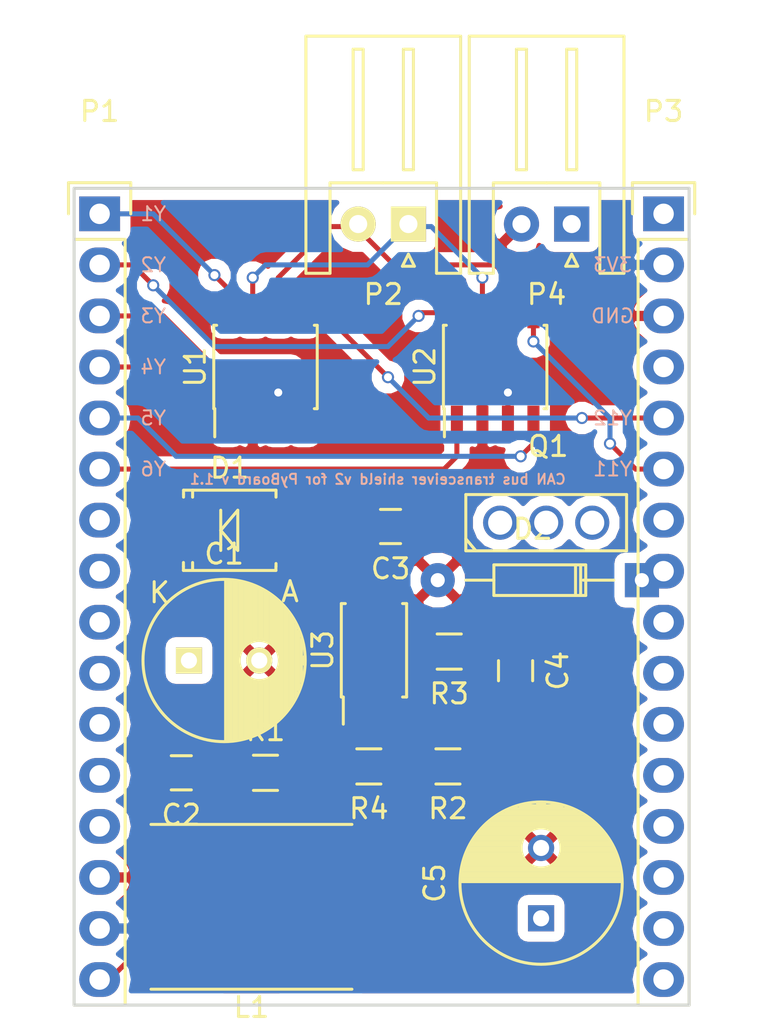
<source format=kicad_pcb>
(kicad_pcb (version 4) (host pcbnew 4.0.4-stable)

  (general
    (links 49)
    (no_connects 23)
    (area 81.839999 90.094999 112.470001 121.360001)
    (thickness 1.6)
    (drawings 17)
    (tracks 67)
    (zones 0)
    (modules 20)
    (nets 20)
  )

  (page A4)
  (layers
    (0 F.Cu signal)
    (31 B.Cu signal)
    (32 B.Adhes user)
    (33 F.Adhes user)
    (34 B.Paste user)
    (35 F.Paste user)
    (36 B.SilkS user)
    (37 F.SilkS user)
    (38 B.Mask user)
    (39 F.Mask user)
    (40 Dwgs.User user)
    (41 Cmts.User user)
    (42 Eco1.User user)
    (43 Eco2.User user)
    (44 Edge.Cuts user)
    (45 Margin user)
    (46 B.CrtYd user)
    (47 F.CrtYd user)
    (48 B.Fab user)
    (49 F.Fab user)
  )

  (setup
    (last_trace_width 0.25)
    (trace_clearance 0.2)
    (zone_clearance 0.508)
    (zone_45_only no)
    (trace_min 0.2)
    (segment_width 0.2)
    (edge_width 0.15)
    (via_size 0.6)
    (via_drill 0.4)
    (via_min_size 0.4)
    (via_min_drill 0.3)
    (uvia_size 0.3)
    (uvia_drill 0.1)
    (uvias_allowed no)
    (uvia_min_size 0.2)
    (uvia_min_drill 0.1)
    (pcb_text_width 0.3)
    (pcb_text_size 1.5 1.5)
    (mod_edge_width 0.15)
    (mod_text_size 1 1)
    (mod_text_width 0.15)
    (pad_size 1.524 1.524)
    (pad_drill 0.762)
    (pad_to_mask_clearance 0.2)
    (aux_axis_origin 0 0)
    (visible_elements FFFFFF7F)
    (pcbplotparams
      (layerselection 0x010f0_80000001)
      (usegerberextensions true)
      (gerberprecision 5)
      (excludeedgelayer true)
      (linewidth 0.100000)
      (plotframeref false)
      (viasonmask false)
      (mode 1)
      (useauxorigin false)
      (hpglpennumber 1)
      (hpglpenspeed 20)
      (hpglpendiameter 15)
      (hpglpenoverlay 2)
      (psnegative false)
      (psa4output false)
      (plotreference true)
      (plotvalue true)
      (plotinvisibletext false)
      (padsonsilk false)
      (subtractmaskfromsilk false)
      (outputformat 1)
      (mirror false)
      (drillshape 0)
      (scaleselection 1)
      (outputdirectory plots/))
  )

  (net 0 "")
  (net 1 "Net-(P1-Pad1)")
  (net 2 "Net-(P1-Pad2)")
  (net 3 "Net-(P1-Pad3)")
  (net 4 "Net-(P1-Pad4)")
  (net 5 "Net-(P1-Pad5)")
  (net 6 "Net-(P1-Pad6)")
  (net 7 GND)
  (net 8 +3V3)
  (net 9 +12V)
  (net 10 "Net-(C3-Pad2)")
  (net 11 +5V)
  (net 12 "Net-(C4-Pad2)")
  (net 13 "Net-(D2-Pad1)")
  (net 14 "Net-(P2-Pad1)")
  (net 15 "Net-(P2-Pad2)")
  (net 16 "Net-(P3-Pad5)")
  (net 17 "Net-(P3-Pad6)")
  (net 18 "Net-(Q1-Pad2)")
  (net 19 "Net-(R2-Pad2)")

  (net_class Default "This is the default net class."
    (clearance 0.2)
    (trace_width 0.25)
    (via_dia 0.6)
    (via_drill 0.4)
    (uvia_dia 0.3)
    (uvia_drill 0.1)
    (add_net +12V)
    (add_net +3V3)
    (add_net +5V)
    (add_net GND)
    (add_net "Net-(C3-Pad2)")
    (add_net "Net-(C4-Pad2)")
    (add_net "Net-(D2-Pad1)")
    (add_net "Net-(P1-Pad1)")
    (add_net "Net-(P1-Pad2)")
    (add_net "Net-(P1-Pad3)")
    (add_net "Net-(P1-Pad4)")
    (add_net "Net-(P1-Pad5)")
    (add_net "Net-(P1-Pad6)")
    (add_net "Net-(P2-Pad1)")
    (add_net "Net-(P2-Pad2)")
    (add_net "Net-(P3-Pad5)")
    (add_net "Net-(P3-Pad6)")
    (add_net "Net-(Q1-Pad2)")
    (add_net "Net-(R2-Pad2)")
  )

  (module Connectors_JST:JST_XH_S02B-XH-A_02x2.50mm_Angled (layer F.Cu) (tedit 56F07245) (tstamp 5812ACD6)
    (at 98.552 91.948 180)
    (descr "JST XH series connector, S02B-XH-A, side entry type, through hole")
    (tags "connector jst xh tht side horizontal angled 2.50mm")
    (path /5812A45B)
    (fp_text reference P2 (at 1.25 -3.5 180) (layer F.SilkS)
      (effects (font (size 1 1) (thickness 0.15)))
    )
    (fp_text value CONN_01X02 (at 1.25 10.3 180) (layer F.Fab)
      (effects (font (size 1 1) (thickness 0.15)))
    )
    (fp_line (start -2.95 -2.8) (end -2.95 9.7) (layer F.CrtYd) (width 0.05))
    (fp_line (start -2.95 9.7) (end 5.45 9.7) (layer F.CrtYd) (width 0.05))
    (fp_line (start 5.45 9.7) (end 5.45 -2.8) (layer F.CrtYd) (width 0.05))
    (fp_line (start 5.45 -2.8) (end -2.95 -2.8) (layer F.CrtYd) (width 0.05))
    (fp_line (start 1.25 9.35) (end -2.6 9.35) (layer F.SilkS) (width 0.15))
    (fp_line (start -2.6 9.35) (end -2.6 -2.45) (layer F.SilkS) (width 0.15))
    (fp_line (start -2.6 -2.45) (end -1.4 -2.45) (layer F.SilkS) (width 0.15))
    (fp_line (start -1.4 -2.45) (end -1.4 2.05) (layer F.SilkS) (width 0.15))
    (fp_line (start -1.4 2.05) (end 1.25 2.05) (layer F.SilkS) (width 0.15))
    (fp_line (start 1.25 9.35) (end 5.1 9.35) (layer F.SilkS) (width 0.15))
    (fp_line (start 5.1 9.35) (end 5.1 -2.45) (layer F.SilkS) (width 0.15))
    (fp_line (start 5.1 -2.45) (end 3.9 -2.45) (layer F.SilkS) (width 0.15))
    (fp_line (start 3.9 -2.45) (end 3.9 2.05) (layer F.SilkS) (width 0.15))
    (fp_line (start 3.9 2.05) (end 1.25 2.05) (layer F.SilkS) (width 0.15))
    (fp_line (start -0.25 2.7) (end -0.25 8.7) (layer F.SilkS) (width 0.15))
    (fp_line (start -0.25 8.7) (end 0.25 8.7) (layer F.SilkS) (width 0.15))
    (fp_line (start 0.25 8.7) (end 0.25 2.7) (layer F.SilkS) (width 0.15))
    (fp_line (start 0.25 2.7) (end -0.25 2.7) (layer F.SilkS) (width 0.15))
    (fp_line (start 2.25 2.7) (end 2.25 8.7) (layer F.SilkS) (width 0.15))
    (fp_line (start 2.25 8.7) (end 2.75 8.7) (layer F.SilkS) (width 0.15))
    (fp_line (start 2.75 8.7) (end 2.75 2.7) (layer F.SilkS) (width 0.15))
    (fp_line (start 2.75 2.7) (end 2.25 2.7) (layer F.SilkS) (width 0.15))
    (fp_line (start 0 -1.5) (end -0.3 -2.1) (layer F.SilkS) (width 0.15))
    (fp_line (start -0.3 -2.1) (end 0.3 -2.1) (layer F.SilkS) (width 0.15))
    (fp_line (start 0.3 -2.1) (end 0 -1.5) (layer F.SilkS) (width 0.15))
    (pad 1 thru_hole rect (at 0 0 180) (size 1.75 1.75) (drill 0.9) (layers *.Cu *.Mask F.SilkS)
      (net 14 "Net-(P2-Pad1)"))
    (pad 2 thru_hole circle (at 2.5 0 180) (size 1.75 1.75) (drill 0.9) (layers *.Cu *.Mask F.SilkS)
      (net 15 "Net-(P2-Pad2)"))
    (model Connectors_JST.3dshapes/JST_XH_S02B-XH-A_02x2.50mm_Angled.wrl
      (at (xyz 0 0 0))
      (scale (xyz 1 1 1))
      (rotate (xyz 0 0 0))
    )
  )

  (module Housings_SOIC:SOIC-8_3.9x4.9mm_Pitch1.27mm (layer F.Cu) (tedit 54130A77) (tstamp 5812ACF6)
    (at 91.44 99.06 90)
    (descr "8-Lead Plastic Small Outline (SN) - Narrow, 3.90 mm Body [SOIC] (see Microchip Packaging Specification 00000049BS.pdf)")
    (tags "SOIC 1.27")
    (path /581297E0)
    (attr smd)
    (fp_text reference U1 (at 0 -3.5 90) (layer F.SilkS)
      (effects (font (size 1 1) (thickness 0.15)))
    )
    (fp_text value TCAN337GDR (at 0 3.5 90) (layer F.Fab)
      (effects (font (size 1 1) (thickness 0.15)))
    )
    (fp_line (start -0.95 -2.45) (end 1.95 -2.45) (layer F.Fab) (width 0.15))
    (fp_line (start 1.95 -2.45) (end 1.95 2.45) (layer F.Fab) (width 0.15))
    (fp_line (start 1.95 2.45) (end -1.95 2.45) (layer F.Fab) (width 0.15))
    (fp_line (start -1.95 2.45) (end -1.95 -1.45) (layer F.Fab) (width 0.15))
    (fp_line (start -1.95 -1.45) (end -0.95 -2.45) (layer F.Fab) (width 0.15))
    (fp_line (start -3.75 -2.75) (end -3.75 2.75) (layer F.CrtYd) (width 0.05))
    (fp_line (start 3.75 -2.75) (end 3.75 2.75) (layer F.CrtYd) (width 0.05))
    (fp_line (start -3.75 -2.75) (end 3.75 -2.75) (layer F.CrtYd) (width 0.05))
    (fp_line (start -3.75 2.75) (end 3.75 2.75) (layer F.CrtYd) (width 0.05))
    (fp_line (start -2.075 -2.575) (end -2.075 -2.525) (layer F.SilkS) (width 0.15))
    (fp_line (start 2.075 -2.575) (end 2.075 -2.43) (layer F.SilkS) (width 0.15))
    (fp_line (start 2.075 2.575) (end 2.075 2.43) (layer F.SilkS) (width 0.15))
    (fp_line (start -2.075 2.575) (end -2.075 2.43) (layer F.SilkS) (width 0.15))
    (fp_line (start -2.075 -2.575) (end 2.075 -2.575) (layer F.SilkS) (width 0.15))
    (fp_line (start -2.075 2.575) (end 2.075 2.575) (layer F.SilkS) (width 0.15))
    (fp_line (start -2.075 -2.525) (end -3.475 -2.525) (layer F.SilkS) (width 0.15))
    (pad 1 smd rect (at -2.7 -1.905 90) (size 1.55 0.6) (layers F.Cu F.Paste F.Mask)
      (net 4 "Net-(P1-Pad4)"))
    (pad 2 smd rect (at -2.7 -0.635 90) (size 1.55 0.6) (layers F.Cu F.Paste F.Mask)
      (net 7 GND))
    (pad 3 smd rect (at -2.7 0.635 90) (size 1.55 0.6) (layers F.Cu F.Paste F.Mask)
      (net 8 +3V3))
    (pad 4 smd rect (at -2.7 1.905 90) (size 1.55 0.6) (layers F.Cu F.Paste F.Mask)
      (net 3 "Net-(P1-Pad3)"))
    (pad 5 smd rect (at 2.7 1.905 90) (size 1.55 0.6) (layers F.Cu F.Paste F.Mask)
      (net 16 "Net-(P3-Pad5)"))
    (pad 6 smd rect (at 2.7 0.635 90) (size 1.55 0.6) (layers F.Cu F.Paste F.Mask)
      (net 15 "Net-(P2-Pad2)"))
    (pad 7 smd rect (at 2.7 -0.635 90) (size 1.55 0.6) (layers F.Cu F.Paste F.Mask)
      (net 14 "Net-(P2-Pad1)"))
    (pad 8 smd rect (at 2.7 -1.905 90) (size 1.55 0.6) (layers F.Cu F.Paste F.Mask)
      (net 1 "Net-(P1-Pad1)"))
    (model Housings_SOIC.3dshapes/SOIC-8_3.9x4.9mm_Pitch1.27mm.wrl
      (at (xyz 0 0 0))
      (scale (xyz 1 1 1))
      (rotate (xyz 0 0 0))
    )
  )

  (module Housings_SOIC:SOIC-8_3.9x4.9mm_Pitch1.27mm (layer F.Cu) (tedit 54130A77) (tstamp 5812AD02)
    (at 102.87 99.06 90)
    (descr "8-Lead Plastic Small Outline (SN) - Narrow, 3.90 mm Body [SOIC] (see Microchip Packaging Specification 00000049BS.pdf)")
    (tags "SOIC 1.27")
    (path /58129949)
    (attr smd)
    (fp_text reference U2 (at 0 -3.5 90) (layer F.SilkS)
      (effects (font (size 1 1) (thickness 0.15)))
    )
    (fp_text value TCAN337GDR (at 0 3.5 90) (layer F.Fab)
      (effects (font (size 1 1) (thickness 0.15)))
    )
    (fp_line (start -0.95 -2.45) (end 1.95 -2.45) (layer F.Fab) (width 0.15))
    (fp_line (start 1.95 -2.45) (end 1.95 2.45) (layer F.Fab) (width 0.15))
    (fp_line (start 1.95 2.45) (end -1.95 2.45) (layer F.Fab) (width 0.15))
    (fp_line (start -1.95 2.45) (end -1.95 -1.45) (layer F.Fab) (width 0.15))
    (fp_line (start -1.95 -1.45) (end -0.95 -2.45) (layer F.Fab) (width 0.15))
    (fp_line (start -3.75 -2.75) (end -3.75 2.75) (layer F.CrtYd) (width 0.05))
    (fp_line (start 3.75 -2.75) (end 3.75 2.75) (layer F.CrtYd) (width 0.05))
    (fp_line (start -3.75 -2.75) (end 3.75 -2.75) (layer F.CrtYd) (width 0.05))
    (fp_line (start -3.75 2.75) (end 3.75 2.75) (layer F.CrtYd) (width 0.05))
    (fp_line (start -2.075 -2.575) (end -2.075 -2.525) (layer F.SilkS) (width 0.15))
    (fp_line (start 2.075 -2.575) (end 2.075 -2.43) (layer F.SilkS) (width 0.15))
    (fp_line (start 2.075 2.575) (end 2.075 2.43) (layer F.SilkS) (width 0.15))
    (fp_line (start -2.075 2.575) (end -2.075 2.43) (layer F.SilkS) (width 0.15))
    (fp_line (start -2.075 -2.575) (end 2.075 -2.575) (layer F.SilkS) (width 0.15))
    (fp_line (start -2.075 2.575) (end 2.075 2.575) (layer F.SilkS) (width 0.15))
    (fp_line (start -2.075 -2.525) (end -3.475 -2.525) (layer F.SilkS) (width 0.15))
    (pad 1 smd rect (at -2.7 -1.905 90) (size 1.55 0.6) (layers F.Cu F.Paste F.Mask)
      (net 6 "Net-(P1-Pad6)"))
    (pad 2 smd rect (at -2.7 -0.635 90) (size 1.55 0.6) (layers F.Cu F.Paste F.Mask)
      (net 7 GND))
    (pad 3 smd rect (at -2.7 0.635 90) (size 1.55 0.6) (layers F.Cu F.Paste F.Mask)
      (net 8 +3V3))
    (pad 4 smd rect (at -2.7 1.905 90) (size 1.55 0.6) (layers F.Cu F.Paste F.Mask)
      (net 5 "Net-(P1-Pad5)"))
    (pad 5 smd rect (at 2.7 1.905 90) (size 1.55 0.6) (layers F.Cu F.Paste F.Mask)
      (net 17 "Net-(P3-Pad6)"))
    (pad 6 smd rect (at 2.7 0.635 90) (size 1.55 0.6) (layers F.Cu F.Paste F.Mask)
      (net 15 "Net-(P2-Pad2)"))
    (pad 7 smd rect (at 2.7 -0.635 90) (size 1.55 0.6) (layers F.Cu F.Paste F.Mask)
      (net 14 "Net-(P2-Pad1)"))
    (pad 8 smd rect (at 2.7 -1.905 90) (size 1.55 0.6) (layers F.Cu F.Paste F.Mask)
      (net 2 "Net-(P1-Pad2)"))
    (model Housings_SOIC.3dshapes/SOIC-8_3.9x4.9mm_Pitch1.27mm.wrl
      (at (xyz 0 0 0))
      (scale (xyz 1 1 1))
      (rotate (xyz 0 0 0))
    )
  )

  (module Capacitors_ThroughHole:C_Radial_D8_L11.5_P3.5 (layer F.Cu) (tedit 0) (tstamp 58193976)
    (at 87.63 113.665)
    (descr "Radial Electrolytic Capacitor Diameter 8mm x Length 11.5mm, Pitch 3.5mm")
    (tags "Electrolytic Capacitor")
    (path /582E554B)
    (fp_text reference C1 (at 1.75 -5.3) (layer F.SilkS)
      (effects (font (size 1 1) (thickness 0.15)))
    )
    (fp_text value CP1 (at 1.75 5.3) (layer F.Fab)
      (effects (font (size 1 1) (thickness 0.15)))
    )
    (fp_line (start 1.825 -3.999) (end 1.825 3.999) (layer F.SilkS) (width 0.15))
    (fp_line (start 1.965 -3.994) (end 1.965 3.994) (layer F.SilkS) (width 0.15))
    (fp_line (start 2.105 -3.984) (end 2.105 3.984) (layer F.SilkS) (width 0.15))
    (fp_line (start 2.245 -3.969) (end 2.245 3.969) (layer F.SilkS) (width 0.15))
    (fp_line (start 2.385 -3.949) (end 2.385 3.949) (layer F.SilkS) (width 0.15))
    (fp_line (start 2.525 -3.924) (end 2.525 -0.222) (layer F.SilkS) (width 0.15))
    (fp_line (start 2.525 0.222) (end 2.525 3.924) (layer F.SilkS) (width 0.15))
    (fp_line (start 2.665 -3.894) (end 2.665 -0.55) (layer F.SilkS) (width 0.15))
    (fp_line (start 2.665 0.55) (end 2.665 3.894) (layer F.SilkS) (width 0.15))
    (fp_line (start 2.805 -3.858) (end 2.805 -0.719) (layer F.SilkS) (width 0.15))
    (fp_line (start 2.805 0.719) (end 2.805 3.858) (layer F.SilkS) (width 0.15))
    (fp_line (start 2.945 -3.817) (end 2.945 -0.832) (layer F.SilkS) (width 0.15))
    (fp_line (start 2.945 0.832) (end 2.945 3.817) (layer F.SilkS) (width 0.15))
    (fp_line (start 3.085 -3.771) (end 3.085 -0.91) (layer F.SilkS) (width 0.15))
    (fp_line (start 3.085 0.91) (end 3.085 3.771) (layer F.SilkS) (width 0.15))
    (fp_line (start 3.225 -3.718) (end 3.225 -0.961) (layer F.SilkS) (width 0.15))
    (fp_line (start 3.225 0.961) (end 3.225 3.718) (layer F.SilkS) (width 0.15))
    (fp_line (start 3.365 -3.659) (end 3.365 -0.991) (layer F.SilkS) (width 0.15))
    (fp_line (start 3.365 0.991) (end 3.365 3.659) (layer F.SilkS) (width 0.15))
    (fp_line (start 3.505 -3.594) (end 3.505 -1) (layer F.SilkS) (width 0.15))
    (fp_line (start 3.505 1) (end 3.505 3.594) (layer F.SilkS) (width 0.15))
    (fp_line (start 3.645 -3.523) (end 3.645 -0.989) (layer F.SilkS) (width 0.15))
    (fp_line (start 3.645 0.989) (end 3.645 3.523) (layer F.SilkS) (width 0.15))
    (fp_line (start 3.785 -3.444) (end 3.785 -0.959) (layer F.SilkS) (width 0.15))
    (fp_line (start 3.785 0.959) (end 3.785 3.444) (layer F.SilkS) (width 0.15))
    (fp_line (start 3.925 -3.357) (end 3.925 -0.905) (layer F.SilkS) (width 0.15))
    (fp_line (start 3.925 0.905) (end 3.925 3.357) (layer F.SilkS) (width 0.15))
    (fp_line (start 4.065 -3.262) (end 4.065 -0.825) (layer F.SilkS) (width 0.15))
    (fp_line (start 4.065 0.825) (end 4.065 3.262) (layer F.SilkS) (width 0.15))
    (fp_line (start 4.205 -3.158) (end 4.205 -0.709) (layer F.SilkS) (width 0.15))
    (fp_line (start 4.205 0.709) (end 4.205 3.158) (layer F.SilkS) (width 0.15))
    (fp_line (start 4.345 -3.044) (end 4.345 -0.535) (layer F.SilkS) (width 0.15))
    (fp_line (start 4.345 0.535) (end 4.345 3.044) (layer F.SilkS) (width 0.15))
    (fp_line (start 4.485 -2.919) (end 4.485 -0.173) (layer F.SilkS) (width 0.15))
    (fp_line (start 4.485 0.173) (end 4.485 2.919) (layer F.SilkS) (width 0.15))
    (fp_line (start 4.625 -2.781) (end 4.625 2.781) (layer F.SilkS) (width 0.15))
    (fp_line (start 4.765 -2.629) (end 4.765 2.629) (layer F.SilkS) (width 0.15))
    (fp_line (start 4.905 -2.459) (end 4.905 2.459) (layer F.SilkS) (width 0.15))
    (fp_line (start 5.045 -2.268) (end 5.045 2.268) (layer F.SilkS) (width 0.15))
    (fp_line (start 5.185 -2.05) (end 5.185 2.05) (layer F.SilkS) (width 0.15))
    (fp_line (start 5.325 -1.794) (end 5.325 1.794) (layer F.SilkS) (width 0.15))
    (fp_line (start 5.465 -1.483) (end 5.465 1.483) (layer F.SilkS) (width 0.15))
    (fp_line (start 5.605 -1.067) (end 5.605 1.067) (layer F.SilkS) (width 0.15))
    (fp_line (start 5.745 -0.2) (end 5.745 0.2) (layer F.SilkS) (width 0.15))
    (fp_circle (center 3.5 0) (end 3.5 -1) (layer F.SilkS) (width 0.15))
    (fp_circle (center 1.75 0) (end 1.75 -4.0375) (layer F.SilkS) (width 0.15))
    (fp_circle (center 1.75 0) (end 1.75 -4.3) (layer F.CrtYd) (width 0.05))
    (pad 2 thru_hole circle (at 3.5 0) (size 1.3 1.3) (drill 0.8) (layers *.Cu *.Mask F.SilkS)
      (net 7 GND))
    (pad 1 thru_hole rect (at 0 0) (size 1.3 1.3) (drill 0.8) (layers *.Cu *.Mask F.SilkS)
      (net 9 +12V))
    (model Capacitors_ThroughHole.3dshapes/C_Radial_D8_L11.5_P3.5.wrl
      (at (xyz 0 0 0))
      (scale (xyz 1 1 1))
      (rotate (xyz 0 0 0))
    )
  )

  (module Diodes_SMD:SMB_Handsoldering (layer F.Cu) (tedit 552FF2F0) (tstamp 58193982)
    (at 89.662 107.188)
    (descr "Diode SMB Handsoldering")
    (tags "Diode SMB Handsoldering")
    (path /58193B9D)
    (attr smd)
    (fp_text reference D1 (at 0 -3.1) (layer F.SilkS)
      (effects (font (size 1 1) (thickness 0.15)))
    )
    (fp_text value ZENER (at 0.1 4.75) (layer F.Fab)
      (effects (font (size 1 1) (thickness 0.15)))
    )
    (fp_line (start -4.7 -2.25) (end 4.7 -2.25) (layer F.CrtYd) (width 0.05))
    (fp_line (start 4.7 -2.25) (end 4.7 2.25) (layer F.CrtYd) (width 0.05))
    (fp_line (start 4.7 2.25) (end -4.7 2.25) (layer F.CrtYd) (width 0.05))
    (fp_line (start -4.7 2.25) (end -4.7 -2.25) (layer F.CrtYd) (width 0.05))
    (fp_line (start -0.44958 0) (end 0.39878 -1.00076) (layer F.SilkS) (width 0.15))
    (fp_line (start 0.39878 -1.00076) (end 0.39878 1.00076) (layer F.SilkS) (width 0.15))
    (fp_line (start 0.39878 1.00076) (end -0.44958 0) (layer F.SilkS) (width 0.15))
    (fp_line (start -0.44958 0) (end -0.44958 1.00076) (layer F.SilkS) (width 0.15))
    (fp_line (start -0.44958 0) (end -0.44958 -1.00076) (layer F.SilkS) (width 0.15))
    (fp_text user K (at -3.5 3.1) (layer F.SilkS)
      (effects (font (size 1 1) (thickness 0.15)))
    )
    (fp_text user A (at 3 3.05) (layer F.SilkS)
      (effects (font (size 1 1) (thickness 0.15)))
    )
    (fp_line (start -2.30632 1.8) (end -2.30632 1.6002) (layer F.SilkS) (width 0.15))
    (fp_line (start -1.84928 1.8) (end -1.84928 1.601) (layer F.SilkS) (width 0.15))
    (fp_line (start 2.30124 1.8) (end 2.30124 1.651) (layer F.SilkS) (width 0.15))
    (fp_line (start -2.30124 -1.8) (end -2.30124 -1.651) (layer F.SilkS) (width 0.15))
    (fp_line (start -1.84928 -1.8) (end -1.84928 -1.651) (layer F.SilkS) (width 0.15))
    (fp_line (start 2.30124 -1.8) (end 2.30124 -1.651) (layer F.SilkS) (width 0.15))
    (fp_line (start -1.84928 1.94898) (end -1.84928 1.75086) (layer F.SilkS) (width 0.15))
    (fp_line (start -1.84928 -1.99898) (end -1.84928 -1.80086) (layer F.SilkS) (width 0.15))
    (fp_line (start 2.29616 1.99644) (end 2.29616 1.79832) (layer F.SilkS) (width 0.15))
    (fp_line (start -2.30632 1.99644) (end 2.29616 1.99644) (layer F.SilkS) (width 0.15))
    (fp_line (start -2.30632 1.99644) (end -2.30632 1.79832) (layer F.SilkS) (width 0.15))
    (fp_line (start -2.30124 -1.99898) (end -2.30124 -1.80086) (layer F.SilkS) (width 0.15))
    (fp_line (start -2.30124 -1.99898) (end 2.30124 -1.99898) (layer F.SilkS) (width 0.15))
    (fp_line (start 2.30124 -1.99898) (end 2.30124 -1.80086) (layer F.SilkS) (width 0.15))
    (pad 1 smd rect (at -2.70002 0) (size 3.50012 2.30124) (layers F.Cu F.Paste F.Mask)
      (net 9 +12V))
    (pad 2 smd rect (at 2.70002 0) (size 3.50012 2.30124) (layers F.Cu F.Paste F.Mask)
      (net 7 GND))
    (model Diodes_SMD.3dshapes/SMB_Handsoldering.wrl
      (at (xyz 0 0 0))
      (scale (xyz 0.3937 0.3937 0.3937))
      (rotate (xyz 0 0 180))
    )
  )

  (module Inductors:Inductor_Taiyo-Yuden_NR-80xx_HandSoldering (layer F.Cu) (tedit 574C3AE4) (tstamp 5819398E)
    (at 90.7415 125.9205 180)
    (descr "Inductor, Taiyo Yuden, NR series, Taiyo-Yuden_NR-80xx, 8.0mmx8.0mm")
    (tags "inductor taiyo-yuden nr smd")
    (path /582E66D7)
    (attr smd)
    (fp_text reference L1 (at 0 -5 180) (layer F.SilkS)
      (effects (font (size 1 1) (thickness 0.15)))
    )
    (fp_text value INDUCTOR (at 0 5.5 180) (layer F.Fab)
      (effects (font (size 1 1) (thickness 0.15)))
    )
    (fp_line (start -4 0) (end -4 -2.8) (layer F.Fab) (width 0.15))
    (fp_line (start -4 -2.8) (end -2.8 -4) (layer F.Fab) (width 0.15))
    (fp_line (start -2.8 -4) (end 0 -4) (layer F.Fab) (width 0.15))
    (fp_line (start 4 0) (end 4 -2.8) (layer F.Fab) (width 0.15))
    (fp_line (start 4 -2.8) (end 2.8 -4) (layer F.Fab) (width 0.15))
    (fp_line (start 2.8 -4) (end 0 -4) (layer F.Fab) (width 0.15))
    (fp_line (start 4 0) (end 4 2.8) (layer F.Fab) (width 0.15))
    (fp_line (start 4 2.8) (end 2.8 4) (layer F.Fab) (width 0.15))
    (fp_line (start 2.8 4) (end 0 4) (layer F.Fab) (width 0.15))
    (fp_line (start -4 0) (end -4 2.8) (layer F.Fab) (width 0.15))
    (fp_line (start -4 2.8) (end -2.8 4) (layer F.Fab) (width 0.15))
    (fp_line (start -2.8 4) (end 0 4) (layer F.Fab) (width 0.15))
    (fp_line (start -5 -4.1) (end 5 -4.1) (layer F.SilkS) (width 0.15))
    (fp_line (start -5 4.1) (end 5 4.1) (layer F.SilkS) (width 0.15))
    (fp_line (start -5.25 -4.25) (end -5.25 4.25) (layer F.CrtYd) (width 0.05))
    (fp_line (start -5.25 4.25) (end 5.25 4.25) (layer F.CrtYd) (width 0.05))
    (fp_line (start 5.25 4.25) (end 5.25 -4.25) (layer F.CrtYd) (width 0.05))
    (fp_line (start 5.25 -4.25) (end -5.25 -4.25) (layer F.CrtYd) (width 0.05))
    (pad 1 smd rect (at -3.45 0 180) (size 3.1 7.7) (layers F.Cu F.Paste F.Mask)
      (net 13 "Net-(D2-Pad1)"))
    (pad 2 smd rect (at 3.45 0 180) (size 3.1 7.7) (layers F.Cu F.Paste F.Mask)
      (net 11 +5V))
    (model Inductors.3dshapes/Inductor_Taiyo-Yuden_NR-80xx.wrl
      (at (xyz 0 0 0))
      (scale (xyz 1 1 1))
      (rotate (xyz 0 0 0))
    )
  )

  (module Capacitors_SMD:C_0805 (layer F.Cu) (tedit 5415D6EA) (tstamp 582E5C04)
    (at 87.249 119.253 180)
    (descr "Capacitor SMD 0805, reflow soldering, AVX (see smccp.pdf)")
    (tags "capacitor 0805")
    (path /582E8973)
    (attr smd)
    (fp_text reference C2 (at 0 -2.1 180) (layer F.SilkS)
      (effects (font (size 1 1) (thickness 0.15)))
    )
    (fp_text value C (at 0 2.1 180) (layer F.Fab)
      (effects (font (size 1 1) (thickness 0.15)))
    )
    (fp_line (start -1 0.625) (end -1 -0.625) (layer F.Fab) (width 0.15))
    (fp_line (start 1 0.625) (end -1 0.625) (layer F.Fab) (width 0.15))
    (fp_line (start 1 -0.625) (end 1 0.625) (layer F.Fab) (width 0.15))
    (fp_line (start -1 -0.625) (end 1 -0.625) (layer F.Fab) (width 0.15))
    (fp_line (start -1.8 -1) (end 1.8 -1) (layer F.CrtYd) (width 0.05))
    (fp_line (start -1.8 1) (end 1.8 1) (layer F.CrtYd) (width 0.05))
    (fp_line (start -1.8 -1) (end -1.8 1) (layer F.CrtYd) (width 0.05))
    (fp_line (start 1.8 -1) (end 1.8 1) (layer F.CrtYd) (width 0.05))
    (fp_line (start 0.5 -0.85) (end -0.5 -0.85) (layer F.SilkS) (width 0.15))
    (fp_line (start -0.5 0.85) (end 0.5 0.85) (layer F.SilkS) (width 0.15))
    (pad 1 smd rect (at -1 0 180) (size 1 1.25) (layers F.Cu F.Paste F.Mask)
      (net 9 +12V))
    (pad 2 smd rect (at 1 0 180) (size 1 1.25) (layers F.Cu F.Paste F.Mask)
      (net 7 GND))
    (model Capacitors_SMD.3dshapes/C_0805.wrl
      (at (xyz 0 0 0))
      (scale (xyz 1 1 1))
      (rotate (xyz 0 0 0))
    )
  )

  (module Capacitors_SMD:C_0805 (layer F.Cu) (tedit 5415D6EA) (tstamp 582E5C0E)
    (at 97.663 106.9975 180)
    (descr "Capacitor SMD 0805, reflow soldering, AVX (see smccp.pdf)")
    (tags "capacitor 0805")
    (path /582E6BB5)
    (attr smd)
    (fp_text reference C3 (at 0 -2.1 180) (layer F.SilkS)
      (effects (font (size 1 1) (thickness 0.15)))
    )
    (fp_text value C (at 0 2.1 180) (layer F.Fab)
      (effects (font (size 1 1) (thickness 0.15)))
    )
    (fp_line (start -1 0.625) (end -1 -0.625) (layer F.Fab) (width 0.15))
    (fp_line (start 1 0.625) (end -1 0.625) (layer F.Fab) (width 0.15))
    (fp_line (start 1 -0.625) (end 1 0.625) (layer F.Fab) (width 0.15))
    (fp_line (start -1 -0.625) (end 1 -0.625) (layer F.Fab) (width 0.15))
    (fp_line (start -1.8 -1) (end 1.8 -1) (layer F.CrtYd) (width 0.05))
    (fp_line (start -1.8 1) (end 1.8 1) (layer F.CrtYd) (width 0.05))
    (fp_line (start -1.8 -1) (end -1.8 1) (layer F.CrtYd) (width 0.05))
    (fp_line (start 1.8 -1) (end 1.8 1) (layer F.CrtYd) (width 0.05))
    (fp_line (start 0.5 -0.85) (end -0.5 -0.85) (layer F.SilkS) (width 0.15))
    (fp_line (start -0.5 0.85) (end 0.5 0.85) (layer F.SilkS) (width 0.15))
    (pad 1 smd rect (at -1 0 180) (size 1 1.25) (layers F.Cu F.Paste F.Mask)
      (net 9 +12V))
    (pad 2 smd rect (at 1 0 180) (size 1 1.25) (layers F.Cu F.Paste F.Mask)
      (net 10 "Net-(C3-Pad2)"))
    (model Capacitors_SMD.3dshapes/C_0805.wrl
      (at (xyz 0 0 0))
      (scale (xyz 1 1 1))
      (rotate (xyz 0 0 0))
    )
  )

  (module Capacitors_SMD:C_0805 (layer F.Cu) (tedit 5415D6EA) (tstamp 582E5C14)
    (at 103.886 114.173 270)
    (descr "Capacitor SMD 0805, reflow soldering, AVX (see smccp.pdf)")
    (tags "capacitor 0805")
    (path /582E6200)
    (attr smd)
    (fp_text reference C4 (at 0 -2.1 270) (layer F.SilkS)
      (effects (font (size 1 1) (thickness 0.15)))
    )
    (fp_text value C (at 0 2.1 270) (layer F.Fab)
      (effects (font (size 1 1) (thickness 0.15)))
    )
    (fp_line (start -1 0.625) (end -1 -0.625) (layer F.Fab) (width 0.15))
    (fp_line (start 1 0.625) (end -1 0.625) (layer F.Fab) (width 0.15))
    (fp_line (start 1 -0.625) (end 1 0.625) (layer F.Fab) (width 0.15))
    (fp_line (start -1 -0.625) (end 1 -0.625) (layer F.Fab) (width 0.15))
    (fp_line (start -1.8 -1) (end 1.8 -1) (layer F.CrtYd) (width 0.05))
    (fp_line (start -1.8 1) (end 1.8 1) (layer F.CrtYd) (width 0.05))
    (fp_line (start -1.8 -1) (end -1.8 1) (layer F.CrtYd) (width 0.05))
    (fp_line (start 1.8 -1) (end 1.8 1) (layer F.CrtYd) (width 0.05))
    (fp_line (start 0.5 -0.85) (end -0.5 -0.85) (layer F.SilkS) (width 0.15))
    (fp_line (start -0.5 0.85) (end 0.5 0.85) (layer F.SilkS) (width 0.15))
    (pad 1 smd rect (at -1 0 270) (size 1 1.25) (layers F.Cu F.Paste F.Mask)
      (net 11 +5V))
    (pad 2 smd rect (at 1 0 270) (size 1 1.25) (layers F.Cu F.Paste F.Mask)
      (net 12 "Net-(C4-Pad2)"))
    (model Capacitors_SMD.3dshapes/C_0805.wrl
      (at (xyz 0 0 0))
      (scale (xyz 1 1 1))
      (rotate (xyz 0 0 0))
    )
  )

  (module Capacitors_ThroughHole:C_Radial_D8_L11.5_P3.5 (layer F.Cu) (tedit 0) (tstamp 582E5C1A)
    (at 105.156 126.492 90)
    (descr "Radial Electrolytic Capacitor Diameter 8mm x Length 11.5mm, Pitch 3.5mm")
    (tags "Electrolytic Capacitor")
    (path /582E5891)
    (fp_text reference C5 (at 1.75 -5.3 90) (layer F.SilkS)
      (effects (font (size 1 1) (thickness 0.15)))
    )
    (fp_text value CP1 (at 1.75 5.3 90) (layer F.Fab)
      (effects (font (size 1 1) (thickness 0.15)))
    )
    (fp_line (start 1.825 -3.999) (end 1.825 3.999) (layer F.SilkS) (width 0.15))
    (fp_line (start 1.965 -3.994) (end 1.965 3.994) (layer F.SilkS) (width 0.15))
    (fp_line (start 2.105 -3.984) (end 2.105 3.984) (layer F.SilkS) (width 0.15))
    (fp_line (start 2.245 -3.969) (end 2.245 3.969) (layer F.SilkS) (width 0.15))
    (fp_line (start 2.385 -3.949) (end 2.385 3.949) (layer F.SilkS) (width 0.15))
    (fp_line (start 2.525 -3.924) (end 2.525 -0.222) (layer F.SilkS) (width 0.15))
    (fp_line (start 2.525 0.222) (end 2.525 3.924) (layer F.SilkS) (width 0.15))
    (fp_line (start 2.665 -3.894) (end 2.665 -0.55) (layer F.SilkS) (width 0.15))
    (fp_line (start 2.665 0.55) (end 2.665 3.894) (layer F.SilkS) (width 0.15))
    (fp_line (start 2.805 -3.858) (end 2.805 -0.719) (layer F.SilkS) (width 0.15))
    (fp_line (start 2.805 0.719) (end 2.805 3.858) (layer F.SilkS) (width 0.15))
    (fp_line (start 2.945 -3.817) (end 2.945 -0.832) (layer F.SilkS) (width 0.15))
    (fp_line (start 2.945 0.832) (end 2.945 3.817) (layer F.SilkS) (width 0.15))
    (fp_line (start 3.085 -3.771) (end 3.085 -0.91) (layer F.SilkS) (width 0.15))
    (fp_line (start 3.085 0.91) (end 3.085 3.771) (layer F.SilkS) (width 0.15))
    (fp_line (start 3.225 -3.718) (end 3.225 -0.961) (layer F.SilkS) (width 0.15))
    (fp_line (start 3.225 0.961) (end 3.225 3.718) (layer F.SilkS) (width 0.15))
    (fp_line (start 3.365 -3.659) (end 3.365 -0.991) (layer F.SilkS) (width 0.15))
    (fp_line (start 3.365 0.991) (end 3.365 3.659) (layer F.SilkS) (width 0.15))
    (fp_line (start 3.505 -3.594) (end 3.505 -1) (layer F.SilkS) (width 0.15))
    (fp_line (start 3.505 1) (end 3.505 3.594) (layer F.SilkS) (width 0.15))
    (fp_line (start 3.645 -3.523) (end 3.645 -0.989) (layer F.SilkS) (width 0.15))
    (fp_line (start 3.645 0.989) (end 3.645 3.523) (layer F.SilkS) (width 0.15))
    (fp_line (start 3.785 -3.444) (end 3.785 -0.959) (layer F.SilkS) (width 0.15))
    (fp_line (start 3.785 0.959) (end 3.785 3.444) (layer F.SilkS) (width 0.15))
    (fp_line (start 3.925 -3.357) (end 3.925 -0.905) (layer F.SilkS) (width 0.15))
    (fp_line (start 3.925 0.905) (end 3.925 3.357) (layer F.SilkS) (width 0.15))
    (fp_line (start 4.065 -3.262) (end 4.065 -0.825) (layer F.SilkS) (width 0.15))
    (fp_line (start 4.065 0.825) (end 4.065 3.262) (layer F.SilkS) (width 0.15))
    (fp_line (start 4.205 -3.158) (end 4.205 -0.709) (layer F.SilkS) (width 0.15))
    (fp_line (start 4.205 0.709) (end 4.205 3.158) (layer F.SilkS) (width 0.15))
    (fp_line (start 4.345 -3.044) (end 4.345 -0.535) (layer F.SilkS) (width 0.15))
    (fp_line (start 4.345 0.535) (end 4.345 3.044) (layer F.SilkS) (width 0.15))
    (fp_line (start 4.485 -2.919) (end 4.485 -0.173) (layer F.SilkS) (width 0.15))
    (fp_line (start 4.485 0.173) (end 4.485 2.919) (layer F.SilkS) (width 0.15))
    (fp_line (start 4.625 -2.781) (end 4.625 2.781) (layer F.SilkS) (width 0.15))
    (fp_line (start 4.765 -2.629) (end 4.765 2.629) (layer F.SilkS) (width 0.15))
    (fp_line (start 4.905 -2.459) (end 4.905 2.459) (layer F.SilkS) (width 0.15))
    (fp_line (start 5.045 -2.268) (end 5.045 2.268) (layer F.SilkS) (width 0.15))
    (fp_line (start 5.185 -2.05) (end 5.185 2.05) (layer F.SilkS) (width 0.15))
    (fp_line (start 5.325 -1.794) (end 5.325 1.794) (layer F.SilkS) (width 0.15))
    (fp_line (start 5.465 -1.483) (end 5.465 1.483) (layer F.SilkS) (width 0.15))
    (fp_line (start 5.605 -1.067) (end 5.605 1.067) (layer F.SilkS) (width 0.15))
    (fp_line (start 5.745 -0.2) (end 5.745 0.2) (layer F.SilkS) (width 0.15))
    (fp_circle (center 3.5 0) (end 3.5 -1) (layer F.SilkS) (width 0.15))
    (fp_circle (center 1.75 0) (end 1.75 -4.0375) (layer F.SilkS) (width 0.15))
    (fp_circle (center 1.75 0) (end 1.75 -4.3) (layer F.CrtYd) (width 0.05))
    (pad 2 thru_hole circle (at 3.5 0 90) (size 1.3 1.3) (drill 0.8) (layers *.Cu *.Mask)
      (net 7 GND))
    (pad 1 thru_hole rect (at 0 0 90) (size 1.3 1.3) (drill 0.8) (layers *.Cu *.Mask)
      (net 11 +5V))
    (model Capacitors_ThroughHole.3dshapes/C_Radial_D8_L11.5_P3.5.wrl
      (at (xyz 0 0 0))
      (scale (xyz 1 1 1))
      (rotate (xyz 0 0 0))
    )
  )

  (module Diodes_ThroughHole:Diode_DO-35_SOD27_Horizontal_RM10 (layer F.Cu) (tedit 552FFC30) (tstamp 582E5C20)
    (at 110.1725 109.6645 180)
    (descr "Diode, DO-35,  SOD27, Horizontal, RM 10mm")
    (tags "Diode, DO-35, SOD27, Horizontal, RM 10mm, 1N4148,")
    (path /582E69CA)
    (fp_text reference D2 (at 5.43052 2.53746 180) (layer F.SilkS)
      (effects (font (size 1 1) (thickness 0.15)))
    )
    (fp_text value D_Schottky (at 4.41452 -3.55854 180) (layer F.Fab)
      (effects (font (size 1 1) (thickness 0.15)))
    )
    (fp_line (start 7.36652 -0.00254) (end 8.76352 -0.00254) (layer F.SilkS) (width 0.15))
    (fp_line (start 2.92152 -0.00254) (end 1.39752 -0.00254) (layer F.SilkS) (width 0.15))
    (fp_line (start 3.30252 -0.76454) (end 3.30252 0.75946) (layer F.SilkS) (width 0.15))
    (fp_line (start 3.04852 -0.76454) (end 3.04852 0.75946) (layer F.SilkS) (width 0.15))
    (fp_line (start 2.79452 -0.00254) (end 2.79452 0.75946) (layer F.SilkS) (width 0.15))
    (fp_line (start 2.79452 0.75946) (end 7.36652 0.75946) (layer F.SilkS) (width 0.15))
    (fp_line (start 7.36652 0.75946) (end 7.36652 -0.76454) (layer F.SilkS) (width 0.15))
    (fp_line (start 7.36652 -0.76454) (end 2.79452 -0.76454) (layer F.SilkS) (width 0.15))
    (fp_line (start 2.79452 -0.76454) (end 2.79452 -0.00254) (layer F.SilkS) (width 0.15))
    (pad 2 thru_hole circle (at 10.16052 -0.00254) (size 1.69926 1.69926) (drill 0.70104) (layers *.Cu *.Mask)
      (net 7 GND))
    (pad 1 thru_hole rect (at 0.00052 -0.00254) (size 1.69926 1.69926) (drill 0.70104) (layers *.Cu *.Mask)
      (net 13 "Net-(D2-Pad1)"))
    (model Diodes_ThroughHole.3dshapes/Diode_DO-35_SOD27_Horizontal_RM10.wrl
      (at (xyz 0.2 0 0))
      (scale (xyz 0.4 0.4 0.4))
      (rotate (xyz 0 0 180))
    )
  )

  (module Connectors_JST:JST_XH_S02B-XH-A_02x2.50mm_Angled (layer F.Cu) (tedit 56F07245) (tstamp 582E5C2A)
    (at 106.68 91.948 180)
    (descr "JST XH series connector, S02B-XH-A, side entry type, through hole")
    (tags "connector jst xh tht side horizontal angled 2.50mm")
    (path /582E5166)
    (fp_text reference P4 (at 1.25 -3.5 180) (layer F.SilkS)
      (effects (font (size 1 1) (thickness 0.15)))
    )
    (fp_text value CONN_01X02 (at 1.25 10.3 180) (layer F.Fab)
      (effects (font (size 1 1) (thickness 0.15)))
    )
    (fp_line (start -2.95 -2.8) (end -2.95 9.7) (layer F.CrtYd) (width 0.05))
    (fp_line (start -2.95 9.7) (end 5.45 9.7) (layer F.CrtYd) (width 0.05))
    (fp_line (start 5.45 9.7) (end 5.45 -2.8) (layer F.CrtYd) (width 0.05))
    (fp_line (start 5.45 -2.8) (end -2.95 -2.8) (layer F.CrtYd) (width 0.05))
    (fp_line (start 1.25 9.35) (end -2.6 9.35) (layer F.SilkS) (width 0.15))
    (fp_line (start -2.6 9.35) (end -2.6 -2.45) (layer F.SilkS) (width 0.15))
    (fp_line (start -2.6 -2.45) (end -1.4 -2.45) (layer F.SilkS) (width 0.15))
    (fp_line (start -1.4 -2.45) (end -1.4 2.05) (layer F.SilkS) (width 0.15))
    (fp_line (start -1.4 2.05) (end 1.25 2.05) (layer F.SilkS) (width 0.15))
    (fp_line (start 1.25 9.35) (end 5.1 9.35) (layer F.SilkS) (width 0.15))
    (fp_line (start 5.1 9.35) (end 5.1 -2.45) (layer F.SilkS) (width 0.15))
    (fp_line (start 5.1 -2.45) (end 3.9 -2.45) (layer F.SilkS) (width 0.15))
    (fp_line (start 3.9 -2.45) (end 3.9 2.05) (layer F.SilkS) (width 0.15))
    (fp_line (start 3.9 2.05) (end 1.25 2.05) (layer F.SilkS) (width 0.15))
    (fp_line (start -0.25 2.7) (end -0.25 8.7) (layer F.SilkS) (width 0.15))
    (fp_line (start -0.25 8.7) (end 0.25 8.7) (layer F.SilkS) (width 0.15))
    (fp_line (start 0.25 8.7) (end 0.25 2.7) (layer F.SilkS) (width 0.15))
    (fp_line (start 0.25 2.7) (end -0.25 2.7) (layer F.SilkS) (width 0.15))
    (fp_line (start 2.25 2.7) (end 2.25 8.7) (layer F.SilkS) (width 0.15))
    (fp_line (start 2.25 8.7) (end 2.75 8.7) (layer F.SilkS) (width 0.15))
    (fp_line (start 2.75 8.7) (end 2.75 2.7) (layer F.SilkS) (width 0.15))
    (fp_line (start 2.75 2.7) (end 2.25 2.7) (layer F.SilkS) (width 0.15))
    (fp_line (start 0 -1.5) (end -0.3 -2.1) (layer F.SilkS) (width 0.15))
    (fp_line (start -0.3 -2.1) (end 0.3 -2.1) (layer F.SilkS) (width 0.15))
    (fp_line (start 0.3 -2.1) (end 0 -1.5) (layer F.SilkS) (width 0.15))
    (pad 1 thru_hole rect (at 0 0 180) (size 1.75 1.75) (drill 0.9) (layers *.Cu *.Mask)
      (net 9 +12V))
    (pad 2 thru_hole circle (at 2.5 0 180) (size 1.75 1.75) (drill 0.9) (layers *.Cu *.Mask)
      (net 7 GND))
    (model Connectors_JST.3dshapes/JST_XH_S02B-XH-A_02x2.50mm_Angled.wrl
      (at (xyz 0 0 0))
      (scale (xyz 1 1 1))
      (rotate (xyz 0 0 0))
    )
  )

  (module TO_SOT_Packages_THT:SOT126_SOT32_Housing_Vertical (layer F.Cu) (tedit 0) (tstamp 582E5C35)
    (at 105.41 106.807)
    (descr "SOT126, SOT32, Housing, Vertical,")
    (tags "SOT126, SOT32, Housing, Vertical,")
    (path /582E75C8)
    (fp_text reference Q1 (at 0.09906 -3.79984) (layer F.SilkS)
      (effects (font (size 1 1) (thickness 0.15)))
    )
    (fp_text value Q_PMOS_SGD (at 0.70104 4.30022) (layer F.Fab)
      (effects (font (size 1 1) (thickness 0.15)))
    )
    (fp_line (start -4.0005 0.8001) (end -3.50012 1.39954) (layer F.SilkS) (width 0.15))
    (fp_line (start -4.0005 1.39954) (end 4.0005 1.39954) (layer F.SilkS) (width 0.15))
    (fp_line (start -4.0005 -1.39954) (end 4.0005 -1.39954) (layer F.SilkS) (width 0.15))
    (fp_line (start -4.0005 -1.39954) (end -4.0005 1.39954) (layer F.SilkS) (width 0.15))
    (fp_line (start 4.0005 -1.39954) (end 4.0005 1.39954) (layer F.SilkS) (width 0.15))
    (pad 2 thru_hole circle (at 0 0) (size 1.69926 1.69926) (drill 1.19888) (layers *.Cu *.Mask)
      (net 18 "Net-(Q1-Pad2)"))
    (pad 1 thru_hole circle (at -2.29108 0) (size 1.69926 1.69926) (drill 1.19888) (layers *.Cu *.Mask)
      (net 9 +12V))
    (pad 3 thru_hole circle (at 2.29108 0) (size 1.69926 1.69926) (drill 1.19888) (layers *.Cu *.Mask)
      (net 13 "Net-(D2-Pad1)"))
    (model TO_SOT_Packages_THT.3dshapes/SOT126_SOT32_Housing_Vertical.wrl
      (at (xyz 0 0 0))
      (scale (xyz 0.3937 0.3937 0.3937))
      (rotate (xyz 0 0 0))
    )
  )

  (module Resistors_SMD:R_0805 (layer F.Cu) (tedit 5415CDEB) (tstamp 582E5C3B)
    (at 91.44 119.253)
    (descr "Resistor SMD 0805, reflow soldering, Vishay (see dcrcw.pdf)")
    (tags "resistor 0805")
    (path /582E6C18)
    (attr smd)
    (fp_text reference R1 (at 0 -2.1) (layer F.SilkS)
      (effects (font (size 1 1) (thickness 0.15)))
    )
    (fp_text value R (at 0 2.1) (layer F.Fab)
      (effects (font (size 1 1) (thickness 0.15)))
    )
    (fp_line (start -1.6 -1) (end 1.6 -1) (layer F.CrtYd) (width 0.05))
    (fp_line (start -1.6 1) (end 1.6 1) (layer F.CrtYd) (width 0.05))
    (fp_line (start -1.6 -1) (end -1.6 1) (layer F.CrtYd) (width 0.05))
    (fp_line (start 1.6 -1) (end 1.6 1) (layer F.CrtYd) (width 0.05))
    (fp_line (start 0.6 0.875) (end -0.6 0.875) (layer F.SilkS) (width 0.15))
    (fp_line (start -0.6 -0.875) (end 0.6 -0.875) (layer F.SilkS) (width 0.15))
    (pad 1 smd rect (at -0.95 0) (size 0.7 1.3) (layers F.Cu F.Paste F.Mask)
      (net 9 +12V))
    (pad 2 smd rect (at 0.95 0) (size 0.7 1.3) (layers F.Cu F.Paste F.Mask)
      (net 10 "Net-(C3-Pad2)"))
    (model Resistors_SMD.3dshapes/R_0805.wrl
      (at (xyz 0 0 0))
      (scale (xyz 1 1 1))
      (rotate (xyz 0 0 0))
    )
  )

  (module Resistors_SMD:R_0805 (layer F.Cu) (tedit 5415CDEB) (tstamp 582E5C41)
    (at 100.5205 118.9355 180)
    (descr "Resistor SMD 0805, reflow soldering, Vishay (see dcrcw.pdf)")
    (tags "resistor 0805")
    (path /582E73DD)
    (attr smd)
    (fp_text reference R2 (at 0 -2.1 180) (layer F.SilkS)
      (effects (font (size 1 1) (thickness 0.15)))
    )
    (fp_text value R (at 0 2.1 180) (layer F.Fab)
      (effects (font (size 1 1) (thickness 0.15)))
    )
    (fp_line (start -1.6 -1) (end 1.6 -1) (layer F.CrtYd) (width 0.05))
    (fp_line (start -1.6 1) (end 1.6 1) (layer F.CrtYd) (width 0.05))
    (fp_line (start -1.6 -1) (end -1.6 1) (layer F.CrtYd) (width 0.05))
    (fp_line (start 1.6 -1) (end 1.6 1) (layer F.CrtYd) (width 0.05))
    (fp_line (start 0.6 0.875) (end -0.6 0.875) (layer F.SilkS) (width 0.15))
    (fp_line (start -0.6 -0.875) (end 0.6 -0.875) (layer F.SilkS) (width 0.15))
    (pad 1 smd rect (at -0.95 0 180) (size 0.7 1.3) (layers F.Cu F.Paste F.Mask)
      (net 13 "Net-(D2-Pad1)"))
    (pad 2 smd rect (at 0.95 0 180) (size 0.7 1.3) (layers F.Cu F.Paste F.Mask)
      (net 19 "Net-(R2-Pad2)"))
    (model Resistors_SMD.3dshapes/R_0805.wrl
      (at (xyz 0 0 0))
      (scale (xyz 1 1 1))
      (rotate (xyz 0 0 0))
    )
  )

  (module Resistors_SMD:R_0805 (layer F.Cu) (tedit 5415CDEB) (tstamp 582E5C47)
    (at 100.584 113.2205 180)
    (descr "Resistor SMD 0805, reflow soldering, Vishay (see dcrcw.pdf)")
    (tags "resistor 0805")
    (path /582E61AF)
    (attr smd)
    (fp_text reference R3 (at 0 -2.1 180) (layer F.SilkS)
      (effects (font (size 1 1) (thickness 0.15)))
    )
    (fp_text value R (at 0 2.1 180) (layer F.Fab)
      (effects (font (size 1 1) (thickness 0.15)))
    )
    (fp_line (start -1.6 -1) (end 1.6 -1) (layer F.CrtYd) (width 0.05))
    (fp_line (start -1.6 1) (end 1.6 1) (layer F.CrtYd) (width 0.05))
    (fp_line (start -1.6 -1) (end -1.6 1) (layer F.CrtYd) (width 0.05))
    (fp_line (start 1.6 -1) (end 1.6 1) (layer F.CrtYd) (width 0.05))
    (fp_line (start 0.6 0.875) (end -0.6 0.875) (layer F.SilkS) (width 0.15))
    (fp_line (start -0.6 -0.875) (end 0.6 -0.875) (layer F.SilkS) (width 0.15))
    (pad 1 smd rect (at -0.95 0 180) (size 0.7 1.3) (layers F.Cu F.Paste F.Mask)
      (net 11 +5V))
    (pad 2 smd rect (at 0.95 0 180) (size 0.7 1.3) (layers F.Cu F.Paste F.Mask)
      (net 12 "Net-(C4-Pad2)"))
    (model Resistors_SMD.3dshapes/R_0805.wrl
      (at (xyz 0 0 0))
      (scale (xyz 1 1 1))
      (rotate (xyz 0 0 0))
    )
  )

  (module Resistors_SMD:R_0805 (layer F.Cu) (tedit 5415CDEB) (tstamp 582E5C4D)
    (at 96.5835 118.9355 180)
    (descr "Resistor SMD 0805, reflow soldering, Vishay (see dcrcw.pdf)")
    (tags "resistor 0805")
    (path /582E6150)
    (attr smd)
    (fp_text reference R4 (at 0 -2.1 180) (layer F.SilkS)
      (effects (font (size 1 1) (thickness 0.15)))
    )
    (fp_text value R (at 0 2.1 180) (layer F.Fab)
      (effects (font (size 1 1) (thickness 0.15)))
    )
    (fp_line (start -1.6 -1) (end 1.6 -1) (layer F.CrtYd) (width 0.05))
    (fp_line (start -1.6 1) (end 1.6 1) (layer F.CrtYd) (width 0.05))
    (fp_line (start -1.6 -1) (end -1.6 1) (layer F.CrtYd) (width 0.05))
    (fp_line (start 1.6 -1) (end 1.6 1) (layer F.CrtYd) (width 0.05))
    (fp_line (start 0.6 0.875) (end -0.6 0.875) (layer F.SilkS) (width 0.15))
    (fp_line (start -0.6 -0.875) (end 0.6 -0.875) (layer F.SilkS) (width 0.15))
    (pad 1 smd rect (at -0.95 0 180) (size 0.7 1.3) (layers F.Cu F.Paste F.Mask)
      (net 12 "Net-(C4-Pad2)"))
    (pad 2 smd rect (at 0.95 0 180) (size 0.7 1.3) (layers F.Cu F.Paste F.Mask)
      (net 7 GND))
    (model Resistors_SMD.3dshapes/R_0805.wrl
      (at (xyz 0 0 0))
      (scale (xyz 1 1 1))
      (rotate (xyz 0 0 0))
    )
  )

  (module Housings_SSOP:TSSOP-8_4.4x3mm_Pitch0.65mm (layer F.Cu) (tedit 54130A77) (tstamp 582E5C59)
    (at 96.8375 113.157 90)
    (descr "8-Lead Plastic Thin Shrink Small Outline (ST)-4.4 mm Body [TSSOP] (see Microchip Packaging Specification 00000049BS.pdf)")
    (tags "SSOP 0.65")
    (path /5817B9F1)
    (attr smd)
    (fp_text reference U3 (at 0 -2.55 90) (layer F.SilkS)
      (effects (font (size 1 1) (thickness 0.15)))
    )
    (fp_text value LM3489 (at 0 2.55 90) (layer F.Fab)
      (effects (font (size 1 1) (thickness 0.15)))
    )
    (fp_line (start -1.2 -1.5) (end 2.2 -1.5) (layer F.Fab) (width 0.15))
    (fp_line (start 2.2 -1.5) (end 2.2 1.5) (layer F.Fab) (width 0.15))
    (fp_line (start 2.2 1.5) (end -2.2 1.5) (layer F.Fab) (width 0.15))
    (fp_line (start -2.2 1.5) (end -2.2 -0.5) (layer F.Fab) (width 0.15))
    (fp_line (start -2.2 -0.5) (end -1.2 -1.5) (layer F.Fab) (width 0.15))
    (fp_line (start -3.95 -1.8) (end -3.95 1.8) (layer F.CrtYd) (width 0.05))
    (fp_line (start 3.95 -1.8) (end 3.95 1.8) (layer F.CrtYd) (width 0.05))
    (fp_line (start -3.95 -1.8) (end 3.95 -1.8) (layer F.CrtYd) (width 0.05))
    (fp_line (start -3.95 1.8) (end 3.95 1.8) (layer F.CrtYd) (width 0.05))
    (fp_line (start -2.325 -1.625) (end -2.325 -1.525) (layer F.SilkS) (width 0.15))
    (fp_line (start 2.325 -1.625) (end 2.325 -1.425) (layer F.SilkS) (width 0.15))
    (fp_line (start 2.325 1.625) (end 2.325 1.425) (layer F.SilkS) (width 0.15))
    (fp_line (start -2.325 1.625) (end -2.325 1.425) (layer F.SilkS) (width 0.15))
    (fp_line (start -2.325 -1.625) (end 2.325 -1.625) (layer F.SilkS) (width 0.15))
    (fp_line (start -2.325 1.625) (end 2.325 1.625) (layer F.SilkS) (width 0.15))
    (fp_line (start -2.325 -1.525) (end -3.675 -1.525) (layer F.SilkS) (width 0.15))
    (pad 1 smd rect (at -2.95 -0.975 90) (size 1.45 0.45) (layers F.Cu F.Paste F.Mask)
      (net 19 "Net-(R2-Pad2)"))
    (pad 2 smd rect (at -2.95 -0.325 90) (size 1.45 0.45) (layers F.Cu F.Paste F.Mask)
      (net 7 GND))
    (pad 3 smd rect (at -2.95 0.325 90) (size 1.45 0.45) (layers F.Cu F.Paste F.Mask))
    (pad 4 smd rect (at -2.95 0.975 90) (size 1.45 0.45) (layers F.Cu F.Paste F.Mask)
      (net 12 "Net-(C4-Pad2)"))
    (pad 5 smd rect (at 2.95 0.975 90) (size 1.45 0.45) (layers F.Cu F.Paste F.Mask)
      (net 10 "Net-(C3-Pad2)"))
    (pad 6 smd rect (at 2.95 0.325 90) (size 1.45 0.45) (layers F.Cu F.Paste F.Mask)
      (net 7 GND))
    (pad 7 smd rect (at 2.95 -0.325 90) (size 1.45 0.45) (layers F.Cu F.Paste F.Mask)
      (net 18 "Net-(Q1-Pad2)"))
    (pad 8 smd rect (at 2.95 -0.975 90) (size 1.45 0.45) (layers F.Cu F.Paste F.Mask)
      (net 9 +12V))
    (model Housings_SSOP.3dshapes/TSSOP-8_4.4x3mm_Pitch0.65mm.wrl
      (at (xyz 0 0 0))
      (scale (xyz 1 1 1))
      (rotate (xyz 0 0 0))
    )
  )

  (module Pin_Headers:Pin_Header_Straight_1x16 (layer F.Cu) (tedit 0) (tstamp 58325204)
    (at 83.185 91.44)
    (descr "Through hole pin header")
    (tags "pin header")
    (path /58325137)
    (fp_text reference P1 (at 0 -5.1) (layer F.SilkS)
      (effects (font (size 1 1) (thickness 0.15)))
    )
    (fp_text value CONN_01X16 (at 0 -3.1) (layer F.Fab)
      (effects (font (size 1 1) (thickness 0.15)))
    )
    (fp_line (start -1.75 -1.75) (end -1.75 39.85) (layer F.CrtYd) (width 0.05))
    (fp_line (start 1.75 -1.75) (end 1.75 39.85) (layer F.CrtYd) (width 0.05))
    (fp_line (start -1.75 -1.75) (end 1.75 -1.75) (layer F.CrtYd) (width 0.05))
    (fp_line (start -1.75 39.85) (end 1.75 39.85) (layer F.CrtYd) (width 0.05))
    (fp_line (start -1.27 1.27) (end -1.27 39.37) (layer F.SilkS) (width 0.15))
    (fp_line (start -1.27 39.37) (end 1.27 39.37) (layer F.SilkS) (width 0.15))
    (fp_line (start 1.27 39.37) (end 1.27 1.27) (layer F.SilkS) (width 0.15))
    (fp_line (start 1.55 -1.55) (end 1.55 0) (layer F.SilkS) (width 0.15))
    (fp_line (start 1.27 1.27) (end -1.27 1.27) (layer F.SilkS) (width 0.15))
    (fp_line (start -1.55 0) (end -1.55 -1.55) (layer F.SilkS) (width 0.15))
    (fp_line (start -1.55 -1.55) (end 1.55 -1.55) (layer F.SilkS) (width 0.15))
    (pad 1 thru_hole rect (at 0 0) (size 2.032 1.7272) (drill 1.016) (layers *.Cu *.Mask)
      (net 1 "Net-(P1-Pad1)"))
    (pad 2 thru_hole oval (at 0 2.54) (size 2.032 1.7272) (drill 1.016) (layers *.Cu *.Mask)
      (net 2 "Net-(P1-Pad2)"))
    (pad 3 thru_hole oval (at 0 5.08) (size 2.032 1.7272) (drill 1.016) (layers *.Cu *.Mask)
      (net 3 "Net-(P1-Pad3)"))
    (pad 4 thru_hole oval (at 0 7.62) (size 2.032 1.7272) (drill 1.016) (layers *.Cu *.Mask)
      (net 4 "Net-(P1-Pad4)"))
    (pad 5 thru_hole oval (at 0 10.16) (size 2.032 1.7272) (drill 1.016) (layers *.Cu *.Mask)
      (net 5 "Net-(P1-Pad5)"))
    (pad 6 thru_hole oval (at 0 12.7) (size 2.032 1.7272) (drill 1.016) (layers *.Cu *.Mask)
      (net 6 "Net-(P1-Pad6)"))
    (pad 7 thru_hole oval (at 0 15.24) (size 2.032 1.7272) (drill 1.016) (layers *.Cu *.Mask))
    (pad 8 thru_hole oval (at 0 17.78) (size 2.032 1.7272) (drill 1.016) (layers *.Cu *.Mask))
    (pad 9 thru_hole oval (at 0 20.32) (size 2.032 1.7272) (drill 1.016) (layers *.Cu *.Mask))
    (pad 10 thru_hole oval (at 0 22.86) (size 2.032 1.7272) (drill 1.016) (layers *.Cu *.Mask))
    (pad 11 thru_hole oval (at 0 25.4) (size 2.032 1.7272) (drill 1.016) (layers *.Cu *.Mask))
    (pad 12 thru_hole oval (at 0 27.94) (size 2.032 1.7272) (drill 1.016) (layers *.Cu *.Mask))
    (pad 13 thru_hole oval (at 0 30.48) (size 2.032 1.7272) (drill 1.016) (layers *.Cu *.Mask))
    (pad 14 thru_hole oval (at 0 33.02) (size 2.032 1.7272) (drill 1.016) (layers *.Cu *.Mask)
      (net 7 GND))
    (pad 15 thru_hole oval (at 0 35.56) (size 2.032 1.7272) (drill 1.016) (layers *.Cu *.Mask)
      (net 8 +3V3))
    (pad 16 thru_hole oval (at 0 38.1) (size 2.032 1.7272) (drill 1.016) (layers *.Cu *.Mask)
      (net 11 +5V))
    (model Pin_Headers.3dshapes/Pin_Header_Straight_1x16.wrl
      (at (xyz 0 -0.75 0))
      (scale (xyz 1 1 1))
      (rotate (xyz 0 0 90))
    )
  )

  (module Pin_Headers:Pin_Header_Straight_1x16 (layer F.Cu) (tedit 0) (tstamp 58325217)
    (at 111.252 91.44)
    (descr "Through hole pin header")
    (tags "pin header")
    (path /58324F2F)
    (fp_text reference P3 (at 0 -5.1) (layer F.SilkS)
      (effects (font (size 1 1) (thickness 0.15)))
    )
    (fp_text value CONN_01X16 (at 0 -3.1) (layer F.Fab)
      (effects (font (size 1 1) (thickness 0.15)))
    )
    (fp_line (start -1.75 -1.75) (end -1.75 39.85) (layer F.CrtYd) (width 0.05))
    (fp_line (start 1.75 -1.75) (end 1.75 39.85) (layer F.CrtYd) (width 0.05))
    (fp_line (start -1.75 -1.75) (end 1.75 -1.75) (layer F.CrtYd) (width 0.05))
    (fp_line (start -1.75 39.85) (end 1.75 39.85) (layer F.CrtYd) (width 0.05))
    (fp_line (start -1.27 1.27) (end -1.27 39.37) (layer F.SilkS) (width 0.15))
    (fp_line (start -1.27 39.37) (end 1.27 39.37) (layer F.SilkS) (width 0.15))
    (fp_line (start 1.27 39.37) (end 1.27 1.27) (layer F.SilkS) (width 0.15))
    (fp_line (start 1.55 -1.55) (end 1.55 0) (layer F.SilkS) (width 0.15))
    (fp_line (start 1.27 1.27) (end -1.27 1.27) (layer F.SilkS) (width 0.15))
    (fp_line (start -1.55 0) (end -1.55 -1.55) (layer F.SilkS) (width 0.15))
    (fp_line (start -1.55 -1.55) (end 1.55 -1.55) (layer F.SilkS) (width 0.15))
    (pad 1 thru_hole rect (at 0 0) (size 2.032 1.7272) (drill 1.016) (layers *.Cu *.Mask)
      (net 11 +5V))
    (pad 2 thru_hole oval (at 0 2.54) (size 2.032 1.7272) (drill 1.016) (layers *.Cu *.Mask)
      (net 8 +3V3))
    (pad 3 thru_hole oval (at 0 5.08) (size 2.032 1.7272) (drill 1.016) (layers *.Cu *.Mask)
      (net 7 GND))
    (pad 4 thru_hole oval (at 0 7.62) (size 2.032 1.7272) (drill 1.016) (layers *.Cu *.Mask))
    (pad 5 thru_hole oval (at 0 10.16) (size 2.032 1.7272) (drill 1.016) (layers *.Cu *.Mask)
      (net 16 "Net-(P3-Pad5)"))
    (pad 6 thru_hole oval (at 0 12.7) (size 2.032 1.7272) (drill 1.016) (layers *.Cu *.Mask)
      (net 17 "Net-(P3-Pad6)"))
    (pad 7 thru_hole oval (at 0 15.24) (size 2.032 1.7272) (drill 1.016) (layers *.Cu *.Mask))
    (pad 8 thru_hole oval (at 0 17.78) (size 2.032 1.7272) (drill 1.016) (layers *.Cu *.Mask))
    (pad 9 thru_hole oval (at 0 20.32) (size 2.032 1.7272) (drill 1.016) (layers *.Cu *.Mask))
    (pad 10 thru_hole oval (at 0 22.86) (size 2.032 1.7272) (drill 1.016) (layers *.Cu *.Mask))
    (pad 11 thru_hole oval (at 0 25.4) (size 2.032 1.7272) (drill 1.016) (layers *.Cu *.Mask))
    (pad 12 thru_hole oval (at 0 27.94) (size 2.032 1.7272) (drill 1.016) (layers *.Cu *.Mask))
    (pad 13 thru_hole oval (at 0 30.48) (size 2.032 1.7272) (drill 1.016) (layers *.Cu *.Mask))
    (pad 14 thru_hole oval (at 0 33.02) (size 2.032 1.7272) (drill 1.016) (layers *.Cu *.Mask))
    (pad 15 thru_hole oval (at 0 35.56) (size 2.032 1.7272) (drill 1.016) (layers *.Cu *.Mask))
    (pad 16 thru_hole oval (at 0 38.1) (size 2.032 1.7272) (drill 1.016) (layers *.Cu *.Mask))
    (model Pin_Headers.3dshapes/Pin_Header_Straight_1x16.wrl
      (at (xyz 0 -0.75 0))
      (scale (xyz 1 1 1))
      (rotate (xyz 0 0 90))
    )
  )

  (gr_line (start 112.522 90.17) (end 81.915 90.17) (angle 90) (layer Edge.Cuts) (width 0.15))
  (gr_line (start 112.522 130.81) (end 112.522 90.17) (angle 90) (layer Edge.Cuts) (width 0.15))
  (gr_line (start 81.915 130.81) (end 112.522 130.81) (angle 90) (layer Edge.Cuts) (width 0.15))
  (gr_line (start 81.915 121.285) (end 81.915 130.81) (angle 90) (layer Edge.Cuts) (width 0.15))
  (gr_line (start 81.915 121.285) (end 81.915 105.41) (angle 90) (layer Edge.Cuts) (width 0.15))
  (gr_text "CAN bus transceiver shield v2 for PyBoard v 1.1" (at 97.028 104.648) (layer B.SilkS)
    (effects (font (size 0.5 0.5) (thickness 0.1)) (justify mirror))
  )
  (gr_text 3V3 (at 108.712 93.98) (layer B.SilkS)
    (effects (font (size 0.7 0.7) (thickness 0.1)) (justify mirror))
  )
  (gr_text GND (at 108.712 96.52) (layer B.SilkS)
    (effects (font (size 0.7 0.7) (thickness 0.1)) (justify mirror))
  )
  (gr_text Y12 (at 108.712 101.6) (layer B.SilkS)
    (effects (font (size 0.7 0.7) (thickness 0.1)) (justify mirror))
  )
  (gr_text Y11 (at 108.712 104.14) (layer B.SilkS)
    (effects (font (size 0.7 0.7) (thickness 0.1)) (justify mirror))
  )
  (gr_text Y6 (at 85.852 104.14) (layer B.SilkS)
    (effects (font (size 0.7 0.7) (thickness 0.1)) (justify mirror))
  )
  (gr_text Y5 (at 85.852 101.6) (layer B.SilkS)
    (effects (font (size 0.7 0.7) (thickness 0.1)) (justify mirror))
  )
  (gr_text Y4 (at 85.852 99.06) (layer B.SilkS)
    (effects (font (size 0.7 0.7) (thickness 0.1)) (justify mirror))
  )
  (gr_text Y3 (at 85.852 96.52) (layer B.SilkS)
    (effects (font (size 0.7 0.7) (thickness 0.1)) (justify mirror))
  )
  (gr_text Y2 (at 85.852 93.98) (layer B.SilkS)
    (effects (font (size 0.7 0.7) (thickness 0.1)) (justify mirror))
  )
  (gr_text Y1 (at 85.852 91.44) (layer B.SilkS)
    (effects (font (size 0.7 0.7) (thickness 0.1)) (justify mirror))
  )
  (gr_line (start 81.915 90.17) (end 81.915 105.41) (angle 90) (layer Edge.Cuts) (width 0.15))

  (segment (start 89.535 96.36) (end 89.535 95.123) (width 0.25) (layer F.Cu) (net 1))
  (segment (start 85.852 91.44) (end 83.185 91.44) (width 0.25) (layer B.Cu) (net 1) (tstamp 58145E20))
  (segment (start 88.9 94.488) (end 85.852 91.44) (width 0.25) (layer B.Cu) (net 1) (tstamp 58145E1F))
  (via (at 88.9 94.488) (size 0.6) (drill 0.4) (layers F.Cu B.Cu) (net 1))
  (segment (start 89.535 95.123) (end 88.9 94.488) (width 0.25) (layer F.Cu) (net 1) (tstamp 58145E14))
  (segment (start 100.965 96.36) (end 99.22 96.36) (width 0.25) (layer F.Cu) (net 2))
  (segment (start 84.836 93.98) (end 83.185 93.98) (width 0.25) (layer F.Cu) (net 2) (tstamp 58146394))
  (segment (start 85.852 94.996) (end 84.836 93.98) (width 0.25) (layer F.Cu) (net 2) (tstamp 58146393))
  (via (at 85.852 94.996) (size 0.6) (drill 0.4) (layers F.Cu B.Cu) (net 2))
  (segment (start 88.9 98.044) (end 85.852 94.996) (width 0.25) (layer B.Cu) (net 2) (tstamp 5814636F))
  (segment (start 97.536 98.044) (end 88.9 98.044) (width 0.25) (layer B.Cu) (net 2) (tstamp 58146368))
  (segment (start 99.06 96.52) (end 97.536 98.044) (width 0.25) (layer B.Cu) (net 2) (tstamp 58146367))
  (via (at 99.06 96.52) (size 0.6) (drill 0.4) (layers F.Cu B.Cu) (net 2))
  (segment (start 99.22 96.36) (end 99.06 96.52) (width 0.25) (layer F.Cu) (net 2) (tstamp 58146360))
  (segment (start 93.345 101.76) (end 93.345 99.695) (width 0.25) (layer F.Cu) (net 3))
  (segment (start 86.36 96.52) (end 83.185 96.52) (width 0.25) (layer F.Cu) (net 3) (tstamp 58144DF0))
  (segment (start 88.9 99.06) (end 86.36 96.52) (width 0.25) (layer F.Cu) (net 3) (tstamp 58144DEA))
  (segment (start 92.71 99.06) (end 88.9 99.06) (width 0.25) (layer F.Cu) (net 3) (tstamp 58144DD5))
  (segment (start 93.345 99.695) (end 92.71 99.06) (width 0.25) (layer F.Cu) (net 3) (tstamp 58144DCF))
  (segment (start 89.535 101.76) (end 88.425 101.76) (width 0.25) (layer F.Cu) (net 4))
  (segment (start 85.725 99.06) (end 83.185 99.06) (width 0.25) (layer F.Cu) (net 4) (tstamp 58144DBF))
  (segment (start 88.425 101.76) (end 85.725 99.06) (width 0.25) (layer F.Cu) (net 4) (tstamp 58144DBD))
  (segment (start 104.775 101.76) (end 104.775 102.87) (width 0.25) (layer F.Cu) (net 5))
  (segment (start 85.09 101.6) (end 83.185 101.6) (width 0.25) (layer B.Cu) (net 5) (tstamp 58145BA3))
  (segment (start 86.995 103.505) (end 85.09 101.6) (width 0.25) (layer B.Cu) (net 5) (tstamp 58145B97))
  (segment (start 104.14 103.505) (end 86.995 103.505) (width 0.25) (layer B.Cu) (net 5) (tstamp 58145B96))
  (via (at 104.14 103.505) (size 0.6) (drill 0.4) (layers F.Cu B.Cu) (net 5))
  (segment (start 104.775 102.87) (end 104.14 103.505) (width 0.25) (layer F.Cu) (net 5) (tstamp 58145B8F))
  (segment (start 100.965 101.76) (end 100.965 103.505) (width 0.25) (layer F.Cu) (net 6))
  (segment (start 100.33 104.14) (end 83.185 104.14) (width 0.25) (layer F.Cu) (net 6) (tstamp 58144DC4))
  (segment (start 100.965 103.505) (end 100.33 104.14) (width 0.25) (layer F.Cu) (net 6) (tstamp 58144DC3))
  (segment (start 92.075 101.76) (end 92.075 100.33) (width 0.25) (layer F.Cu) (net 8))
  (via (at 92.075 100.33) (size 0.6) (drill 0.4) (layers F.Cu B.Cu) (net 8))
  (segment (start 103.505 101.76) (end 103.505 100.33) (width 0.25) (layer F.Cu) (net 8))
  (via (at 103.505 100.33) (size 0.6) (drill 0.4) (layers F.Cu B.Cu) (net 8))
  (segment (start 83.185 129.54) (end 83.672 129.54) (width 0.25) (layer F.Cu) (net 11))
  (segment (start 83.672 129.54) (end 87.2915 125.9205) (width 0.25) (layer F.Cu) (net 11) (tstamp 58325295))
  (segment (start 96.52 93.98) (end 98.425 92.075) (width 0.25) (layer B.Cu) (net 14) (tstamp 58144FF8))
  (segment (start 91.44 93.98) (end 96.52 93.98) (width 0.25) (layer B.Cu) (net 14) (tstamp 58144FE0))
  (segment (start 102.235 94.615) (end 99.695 92.075) (width 0.25) (layer B.Cu) (net 14))
  (via (at 102.235 94.615) (size 0.6) (drill 0.4) (layers F.Cu B.Cu) (net 14))
  (segment (start 99.695 92.075) (end 98.425 92.075) (width 0.25) (layer B.Cu) (net 14) (tstamp 58144FC8))
  (segment (start 90.805 94.615) (end 91.44 93.98) (width 0.25) (layer B.Cu) (net 14))
  (via (at 90.805 94.615) (size 0.6) (drill 0.4) (layers F.Cu B.Cu) (net 14))
  (segment (start 90.805 96.36) (end 90.805 94.615) (width 0.25) (layer F.Cu) (net 14))
  (segment (start 102.235 96.36) (end 102.235 94.615) (width 0.25) (layer F.Cu) (net 14))
  (segment (start 97.83 93.98) (end 95.925 92.075) (width 0.25) (layer F.Cu) (net 15) (tstamp 58144FAB))
  (segment (start 102.87 93.98) (end 97.83 93.98) (width 0.25) (layer F.Cu) (net 15) (tstamp 58144FA3))
  (segment (start 94.615 92.075) (end 95.925 92.075) (width 0.25) (layer F.Cu) (net 15) (tstamp 58144E52))
  (segment (start 103.505 94.615) (end 102.87 93.98) (width 0.25) (layer F.Cu) (net 15) (tstamp 58144F9A))
  (segment (start 92.075 94.615) (end 94.615 92.075) (width 0.25) (layer F.Cu) (net 15) (tstamp 58144E4D))
  (segment (start 103.505 96.36) (end 103.505 94.615) (width 0.25) (layer F.Cu) (net 15))
  (segment (start 92.075 96.36) (end 92.075 94.615) (width 0.25) (layer F.Cu) (net 15))
  (segment (start 107.188 101.6) (end 111.125 101.6) (width 0.25) (layer F.Cu) (net 16) (tstamp 581462D8))
  (via (at 107.188 101.6) (size 0.6) (drill 0.4) (layers F.Cu B.Cu) (net 16))
  (segment (start 99.568 101.6) (end 107.188 101.6) (width 0.25) (layer B.Cu) (net 16) (tstamp 581462D3))
  (segment (start 97.536 99.568) (end 99.568 101.6) (width 0.25) (layer B.Cu) (net 16) (tstamp 581462D2))
  (via (at 97.536 99.568) (size 0.6) (drill 0.4) (layers F.Cu B.Cu) (net 16))
  (segment (start 93.345 96.36) (end 94.328 96.36) (width 0.25) (layer F.Cu) (net 16))
  (segment (start 94.328 96.36) (end 97.536 99.568) (width 0.25) (layer F.Cu) (net 16) (tstamp 581462CC))
  (segment (start 109.855 104.14) (end 111.125 104.14) (width 0.25) (layer F.Cu) (net 17) (tstamp 58145ADE))
  (segment (start 108.585 102.87) (end 109.855 104.14) (width 0.25) (layer F.Cu) (net 17) (tstamp 58145ADD))
  (via (at 108.585 102.87) (size 0.6) (drill 0.4) (layers F.Cu B.Cu) (net 17))
  (segment (start 108.585 101.6) (end 108.585 102.87) (width 0.25) (layer B.Cu) (net 17) (tstamp 58145ABC))
  (segment (start 104.775 97.79) (end 108.585 101.6) (width 0.25) (layer B.Cu) (net 17) (tstamp 58145ABB))
  (segment (start 104.775 96.36) (end 104.775 97.79) (width 0.25) (layer F.Cu) (net 17))
  (via (at 104.775 97.79) (size 0.6) (drill 0.4) (layers F.Cu B.Cu) (net 17))

  (zone (net 7) (net_name GND) (layer F.Cu) (tstamp 5832522F) (hatch edge 0.508)
    (connect_pads (clearance 0.508))
    (min_thickness 0.254)
    (fill yes (arc_segments 16) (thermal_gap 0.508) (thermal_bridge_width 0.508))
    (polygon
      (pts
        (xy 112.522 130.81) (xy 81.915 130.81) (xy 81.915 90.17) (xy 112.522 90.17)
      )
    )
    (filled_polygon
      (pts
        (xy 94.77263 91.091537) (xy 94.67984 91.315) (xy 94.615 91.315) (xy 94.372414 91.363254) (xy 94.32416 91.372852)
        (xy 94.077599 91.537599) (xy 91.563659 94.051539) (xy 91.335327 93.822808) (xy 90.991799 93.680162) (xy 90.619833 93.679838)
        (xy 90.276057 93.821883) (xy 90.012808 94.084673) (xy 89.883319 94.396517) (xy 89.835122 94.34832) (xy 89.835162 94.302833)
        (xy 89.693117 93.959057) (xy 89.430327 93.695808) (xy 89.086799 93.553162) (xy 88.714833 93.552838) (xy 88.371057 93.694883)
        (xy 88.107808 93.957673) (xy 87.965162 94.301201) (xy 87.964838 94.673167) (xy 88.106883 95.016943) (xy 88.369673 95.280192)
        (xy 88.627597 95.387292) (xy 88.58756 95.585) (xy 88.58756 97.135) (xy 88.631838 97.370317) (xy 88.77091 97.586441)
        (xy 88.98311 97.731431) (xy 89.235 97.78244) (xy 89.835 97.78244) (xy 90.070317 97.738162) (xy 90.169528 97.674322)
        (xy 90.25311 97.731431) (xy 90.505 97.78244) (xy 91.105 97.78244) (xy 91.340317 97.738162) (xy 91.439528 97.674322)
        (xy 91.52311 97.731431) (xy 91.775 97.78244) (xy 92.375 97.78244) (xy 92.610317 97.738162) (xy 92.709528 97.674322)
        (xy 92.79311 97.731431) (xy 93.045 97.78244) (xy 93.645 97.78244) (xy 93.880317 97.738162) (xy 94.096441 97.59909)
        (xy 94.241431 97.38689) (xy 94.247941 97.354743) (xy 96.600878 99.70768) (xy 96.600838 99.753167) (xy 96.742883 100.096943)
        (xy 97.005673 100.360192) (xy 97.349201 100.502838) (xy 97.721167 100.503162) (xy 98.064943 100.361117) (xy 98.328192 100.098327)
        (xy 98.470838 99.754799) (xy 98.471162 99.382833) (xy 98.329117 99.039057) (xy 98.066327 98.775808) (xy 97.722799 98.633162)
        (xy 97.675923 98.633121) (xy 94.865401 95.822599) (xy 94.618839 95.657852) (xy 94.328 95.6) (xy 94.29244 95.6)
        (xy 94.29244 95.585) (xy 94.248162 95.349683) (xy 94.10909 95.133559) (xy 93.89689 94.988569) (xy 93.645 94.93756)
        (xy 93.045 94.93756) (xy 92.835 94.977074) (xy 92.835 94.929802) (xy 94.866772 92.89803) (xy 95.195537 93.22737)
        (xy 95.750325 93.457738) (xy 96.233357 93.458159) (xy 97.292599 94.517401) (xy 97.539161 94.682148) (xy 97.83 94.74)
        (xy 101.29989 94.74) (xy 101.299838 94.800167) (xy 101.364973 94.957805) (xy 101.265 94.93756) (xy 100.665 94.93756)
        (xy 100.429683 94.981838) (xy 100.213559 95.12091) (xy 100.068569 95.33311) (xy 100.01756 95.585) (xy 100.01756 95.6)
        (xy 99.282533 95.6) (xy 99.246799 95.585162) (xy 98.874833 95.584838) (xy 98.531057 95.726883) (xy 98.267808 95.989673)
        (xy 98.125162 96.333201) (xy 98.124838 96.705167) (xy 98.266883 97.048943) (xy 98.529673 97.312192) (xy 98.873201 97.454838)
        (xy 99.245167 97.455162) (xy 99.588943 97.313117) (xy 99.782397 97.12) (xy 100.01756 97.12) (xy 100.01756 97.135)
        (xy 100.061838 97.370317) (xy 100.20091 97.586441) (xy 100.41311 97.731431) (xy 100.665 97.78244) (xy 101.265 97.78244)
        (xy 101.500317 97.738162) (xy 101.599528 97.674322) (xy 101.68311 97.731431) (xy 101.935 97.78244) (xy 102.535 97.78244)
        (xy 102.770317 97.738162) (xy 102.869528 97.674322) (xy 102.95311 97.731431) (xy 103.205 97.78244) (xy 103.805 97.78244)
        (xy 103.840012 97.775852) (xy 103.839838 97.975167) (xy 103.981883 98.318943) (xy 104.244673 98.582192) (xy 104.588201 98.724838)
        (xy 104.960167 98.725162) (xy 105.303943 98.583117) (xy 105.567192 98.320327) (xy 105.709838 97.976799) (xy 105.710162 97.604833)
        (xy 105.63945 97.433696) (xy 105.671431 97.38689) (xy 105.72244 97.135) (xy 105.72244 95.585) (xy 105.678162 95.349683)
        (xy 105.53909 95.133559) (xy 105.32689 94.988569) (xy 105.075 94.93756) (xy 104.475 94.93756) (xy 104.265 94.977074)
        (xy 104.265 94.615) (xy 104.207148 94.324161) (xy 104.042401 94.077599) (xy 103.407401 93.442599) (xy 103.160839 93.277852)
        (xy 102.87 93.22) (xy 99.924282 93.22) (xy 100.023431 93.07489) (xy 100.07444 92.823) (xy 100.07444 91.073)
        (xy 100.038125 90.88) (xy 103.07422 90.88) (xy 103.003306 90.950914) (xy 103.117938 91.065546) (xy 102.864047 91.148884)
        (xy 102.65841 91.713306) (xy 102.684421 92.313458) (xy 102.864047 92.747116) (xy 103.11794 92.830455) (xy 104.000395 91.948)
        (xy 103.986253 91.933858) (xy 104.165858 91.754253) (xy 104.18 91.768395) (xy 104.194143 91.754253) (xy 104.373748 91.933858)
        (xy 104.359605 91.948) (xy 104.373748 91.962143) (xy 104.194143 92.141748) (xy 104.18 92.127605) (xy 103.297545 93.01006)
        (xy 103.380884 93.263953) (xy 103.945306 93.46959) (xy 104.545458 93.443579) (xy 104.979116 93.263953) (xy 105.062454 93.010062)
        (xy 105.177086 93.124694) (xy 105.218136 93.083644) (xy 105.34091 93.274441) (xy 105.55311 93.419431) (xy 105.805 93.47044)
        (xy 107.555 93.47044) (xy 107.790317 93.426162) (xy 108.006441 93.28709) (xy 108.151431 93.07489) (xy 108.20244 92.823)
        (xy 108.20244 91.073) (xy 108.166125 90.88) (xy 109.58856 90.88) (xy 109.58856 92.3036) (xy 109.632838 92.538917)
        (xy 109.77191 92.755041) (xy 109.98411 92.900031) (xy 110.025439 92.9084) (xy 110.007585 92.92033) (xy 109.682729 93.406511)
        (xy 109.568655 93.98) (xy 109.682729 94.553489) (xy 110.007585 95.03967) (xy 110.317069 95.246461) (xy 109.901268 95.617964)
        (xy 109.647291 96.145209) (xy 109.644642 96.160974) (xy 109.765783 96.393) (xy 111.125 96.393) (xy 111.125 96.373)
        (xy 111.379 96.373) (xy 111.379 96.393) (xy 111.399 96.393) (xy 111.399 96.647) (xy 111.379 96.647)
        (xy 111.379 96.667) (xy 111.125 96.667) (xy 111.125 96.647) (xy 109.765783 96.647) (xy 109.644642 96.879026)
        (xy 109.647291 96.894791) (xy 109.901268 97.422036) (xy 110.317069 97.793539) (xy 110.007585 98.00033) (xy 109.682729 98.486511)
        (xy 109.568655 99.06) (xy 109.682729 99.633489) (xy 110.007585 100.11967) (xy 110.322366 100.33) (xy 110.007585 100.54033)
        (xy 109.807352 100.84) (xy 107.750463 100.84) (xy 107.718327 100.807808) (xy 107.374799 100.665162) (xy 107.002833 100.664838)
        (xy 106.659057 100.806883) (xy 106.395808 101.069673) (xy 106.253162 101.413201) (xy 106.252838 101.785167) (xy 106.394883 102.128943)
        (xy 106.657673 102.392192) (xy 107.001201 102.534838) (xy 107.373167 102.535162) (xy 107.716943 102.393117) (xy 107.750118 102.36)
        (xy 107.784367 102.36) (xy 107.650162 102.683201) (xy 107.649838 103.055167) (xy 107.791883 103.398943) (xy 108.054673 103.662192)
        (xy 108.398201 103.804838) (xy 108.445077 103.804879) (xy 109.317599 104.677401) (xy 109.56416 104.842148) (xy 109.800048 104.889069)
        (xy 110.007585 105.19967) (xy 110.322366 105.41) (xy 110.007585 105.62033) (xy 109.682729 106.106511) (xy 109.568655 106.68)
        (xy 109.682729 107.253489) (xy 110.007585 107.73967) (xy 110.322366 107.95) (xy 110.007585 108.16033) (xy 110.001144 108.16997)
        (xy 109.32235 108.16997) (xy 109.087033 108.214248) (xy 108.870909 108.35332) (xy 108.725919 108.56552) (xy 108.67491 108.81741)
        (xy 108.67491 110.51667) (xy 108.719188 110.751987) (xy 108.85826 110.968111) (xy 109.07046 111.113101) (xy 109.32235 111.16411)
        (xy 109.697697 111.16411) (xy 109.682729 111.186511) (xy 109.568655 111.76) (xy 109.682729 112.333489) (xy 110.007585 112.81967)
        (xy 110.322366 113.03) (xy 110.007585 113.24033) (xy 109.682729 113.726511) (xy 109.568655 114.3) (xy 109.682729 114.873489)
        (xy 110.007585 115.35967) (xy 110.322366 115.57) (xy 110.007585 115.78033) (xy 109.682729 116.266511) (xy 109.568655 116.84)
        (xy 109.682729 117.413489) (xy 110.007585 117.89967) (xy 110.322366 118.11) (xy 110.007585 118.32033) (xy 109.682729 118.806511)
        (xy 109.568655 119.38) (xy 109.682729 119.953489) (xy 110.007585 120.43967) (xy 110.322366 120.65) (xy 110.007585 120.86033)
        (xy 109.682729 121.346511) (xy 109.568655 121.92) (xy 109.682729 122.493489) (xy 110.007585 122.97967) (xy 110.322366 123.19)
        (xy 110.007585 123.40033) (xy 109.682729 123.886511) (xy 109.568655 124.46) (xy 109.682729 125.033489) (xy 110.007585 125.51967)
        (xy 110.322366 125.73) (xy 110.007585 125.94033) (xy 109.682729 126.426511) (xy 109.568655 127) (xy 109.682729 127.573489)
        (xy 110.007585 128.05967) (xy 110.322366 128.27) (xy 110.007585 128.48033) (xy 109.682729 128.966511) (xy 109.568655 129.54)
        (xy 109.680046 130.1) (xy 96.284902 130.1) (xy 96.337931 130.02239) (xy 96.38894 129.7705) (xy 96.38894 125.842)
        (xy 103.85856 125.842) (xy 103.85856 127.142) (xy 103.902838 127.377317) (xy 104.04191 127.593441) (xy 104.25411 127.738431)
        (xy 104.506 127.78944) (xy 105.806 127.78944) (xy 106.041317 127.745162) (xy 106.257441 127.60609) (xy 106.402431 127.39389)
        (xy 106.45344 127.142) (xy 106.45344 125.842) (xy 106.409162 125.606683) (xy 106.27009 125.390559) (xy 106.05789 125.245569)
        (xy 105.806 125.19456) (xy 104.506 125.19456) (xy 104.270683 125.238838) (xy 104.054559 125.37791) (xy 103.909569 125.59011)
        (xy 103.85856 125.842) (xy 96.38894 125.842) (xy 96.38894 123.891016) (xy 104.43659 123.891016) (xy 104.492271 124.121611)
        (xy 104.975078 124.289622) (xy 105.485428 124.260083) (xy 105.819729 124.121611) (xy 105.87541 123.891016) (xy 105.156 123.171605)
        (xy 104.43659 123.891016) (xy 96.38894 123.891016) (xy 96.38894 122.811078) (xy 103.858378 122.811078) (xy 103.887917 123.321428)
        (xy 104.026389 123.655729) (xy 104.256984 123.71141) (xy 104.976395 122.992) (xy 105.335605 122.992) (xy 106.055016 123.71141)
        (xy 106.285611 123.655729) (xy 106.453622 123.172922) (xy 106.424083 122.662572) (xy 106.285611 122.328271) (xy 106.055016 122.27259)
        (xy 105.335605 122.992) (xy 104.976395 122.992) (xy 104.256984 122.27259) (xy 104.026389 122.328271) (xy 103.858378 122.811078)
        (xy 96.38894 122.811078) (xy 96.38894 122.092984) (xy 104.43659 122.092984) (xy 105.156 122.812395) (xy 105.87541 122.092984)
        (xy 105.819729 121.862389) (xy 105.336922 121.694378) (xy 104.826572 121.723917) (xy 104.492271 121.862389) (xy 104.43659 122.092984)
        (xy 96.38894 122.092984) (xy 96.38894 122.0705) (xy 96.344662 121.835183) (xy 96.20559 121.619059) (xy 95.99339 121.474069)
        (xy 95.7415 121.42306) (xy 92.6415 121.42306) (xy 92.406183 121.467338) (xy 92.190059 121.60641) (xy 92.045069 121.81861)
        (xy 91.99406 122.0705) (xy 91.99406 129.7705) (xy 92.038338 130.005817) (xy 92.098943 130.1) (xy 89.384902 130.1)
        (xy 89.437931 130.02239) (xy 89.48894 129.7705) (xy 89.48894 122.0705) (xy 89.444662 121.835183) (xy 89.30559 121.619059)
        (xy 89.09339 121.474069) (xy 88.8415 121.42306) (xy 85.7415 121.42306) (xy 85.506183 121.467338) (xy 85.290059 121.60641)
        (xy 85.145069 121.81861) (xy 85.09406 122.0705) (xy 85.09406 127.043138) (xy 84.801588 127.33561) (xy 84.868345 127)
        (xy 84.754271 126.426511) (xy 84.429415 125.94033) (xy 84.119931 125.733539) (xy 84.535732 125.362036) (xy 84.789709 124.834791)
        (xy 84.792358 124.819026) (xy 84.671217 124.587) (xy 83.312 124.587) (xy 83.312 124.607) (xy 83.058 124.607)
        (xy 83.058 124.587) (xy 83.038 124.587) (xy 83.038 124.333) (xy 83.058 124.333) (xy 83.058 124.313)
        (xy 83.312 124.313) (xy 83.312 124.333) (xy 84.671217 124.333) (xy 84.792358 124.100974) (xy 84.789709 124.085209)
        (xy 84.535732 123.557964) (xy 84.119931 123.186461) (xy 84.429415 122.97967) (xy 84.754271 122.493489) (xy 84.868345 121.92)
        (xy 84.754271 121.346511) (xy 84.429415 120.86033) (xy 84.114634 120.65) (xy 84.429415 120.43967) (xy 84.754271 119.953489)
        (xy 84.836767 119.53875) (xy 85.114 119.53875) (xy 85.114 120.00431) (xy 85.210673 120.237699) (xy 85.389302 120.416327)
        (xy 85.622691 120.513) (xy 85.96325 120.513) (xy 86.122 120.35425) (xy 86.122 119.38) (xy 85.27275 119.38)
        (xy 85.114 119.53875) (xy 84.836767 119.53875) (xy 84.868345 119.38) (xy 84.754271 118.806511) (xy 84.550596 118.50169)
        (xy 85.114 118.50169) (xy 85.114 118.96725) (xy 85.27275 119.126) (xy 86.122 119.126) (xy 86.122 118.15175)
        (xy 86.376 118.15175) (xy 86.376 119.126) (xy 86.396 119.126) (xy 86.396 119.38) (xy 86.376 119.38)
        (xy 86.376 120.35425) (xy 86.53475 120.513) (xy 86.875309 120.513) (xy 87.108698 120.416327) (xy 87.249936 120.27509)
        (xy 87.28491 120.329441) (xy 87.49711 120.474431) (xy 87.749 120.52544) (xy 88.749 120.52544) (xy 88.984317 120.481162)
        (xy 89.200441 120.34209) (xy 89.345431 120.12989) (xy 89.39644 119.878) (xy 89.39644 118.628) (xy 89.391736 118.603)
        (xy 89.49256 118.603) (xy 89.49256 119.903) (xy 89.536838 120.138317) (xy 89.67591 120.354441) (xy 89.88811 120.499431)
        (xy 90.14 120.55044) (xy 90.84 120.55044) (xy 91.075317 120.506162) (xy 91.291441 120.36709) (xy 91.436431 120.15489)
        (xy 91.439081 120.141803) (xy 91.57591 120.354441) (xy 91.78811 120.499431) (xy 92.04 120.55044) (xy 92.74 120.55044)
        (xy 92.975317 120.506162) (xy 93.191441 120.36709) (xy 93.336431 120.15489) (xy 93.38744 119.903) (xy 93.38744 119.22125)
        (xy 94.6485 119.22125) (xy 94.6485 119.71181) (xy 94.745173 119.945199) (xy 94.923802 120.123827) (xy 95.157191 120.2205)
        (xy 95.34775 120.2205) (xy 95.5065 120.06175) (xy 95.5065 119.0625) (xy 94.80725 119.0625) (xy 94.6485 119.22125)
        (xy 93.38744 119.22125) (xy 93.38744 118.603) (xy 93.343162 118.367683) (xy 93.209001 118.15919) (xy 94.6485 118.15919)
        (xy 94.6485 118.64975) (xy 94.80725 118.8085) (xy 95.5065 118.8085) (xy 95.5065 117.80925) (xy 95.7605 117.80925)
        (xy 95.7605 118.8085) (xy 95.7805 118.8085) (xy 95.7805 119.0625) (xy 95.7605 119.0625) (xy 95.7605 120.06175)
        (xy 95.91925 120.2205) (xy 96.109809 120.2205) (xy 96.343198 120.123827) (xy 96.521827 119.945199) (xy 96.578154 119.809213)
        (xy 96.580338 119.820817) (xy 96.71941 120.036941) (xy 96.93161 120.181931) (xy 97.1835 120.23294) (xy 97.8835 120.23294)
        (xy 98.118817 120.188662) (xy 98.334941 120.04959) (xy 98.479931 119.83739) (xy 98.53094 119.5855) (xy 98.53094 118.2855)
        (xy 98.57306 118.2855) (xy 98.57306 119.5855) (xy 98.617338 119.820817) (xy 98.75641 120.036941) (xy 98.96861 120.181931)
        (xy 99.2205 120.23294) (xy 99.9205 120.23294) (xy 100.155817 120.188662) (xy 100.371941 120.04959) (xy 100.516931 119.83739)
        (xy 100.519581 119.824303) (xy 100.65641 120.036941) (xy 100.86861 120.181931) (xy 101.1205 120.23294) (xy 101.8205 120.23294)
        (xy 102.055817 120.188662) (xy 102.271941 120.04959) (xy 102.416931 119.83739) (xy 102.46794 119.5855) (xy 102.46794 118.2855)
        (xy 102.423662 118.050183) (xy 102.28459 117.834059) (xy 102.07239 117.689069) (xy 101.8205 117.63806) (xy 101.1205 117.63806)
        (xy 100.885183 117.682338) (xy 100.669059 117.82141) (xy 100.524069 118.03361) (xy 100.521419 118.046697) (xy 100.38459 117.834059)
        (xy 100.17239 117.689069) (xy 99.9205 117.63806) (xy 99.2205 117.63806) (xy 98.985183 117.682338) (xy 98.769059 117.82141)
        (xy 98.624069 118.03361) (xy 98.57306 118.2855) (xy 98.53094 118.2855) (xy 98.486662 118.050183) (xy 98.34759 117.834059)
        (xy 98.13539 117.689069) (xy 97.8835 117.63806) (xy 97.1835 117.63806) (xy 96.948183 117.682338) (xy 96.732059 117.82141)
        (xy 96.587069 118.03361) (xy 96.580309 118.06699) (xy 96.521827 117.925801) (xy 96.343198 117.747173) (xy 96.109809 117.6505)
        (xy 95.91925 117.6505) (xy 95.7605 117.80925) (xy 95.5065 117.80925) (xy 95.34775 117.6505) (xy 95.157191 117.6505)
        (xy 94.923802 117.747173) (xy 94.745173 117.925801) (xy 94.6485 118.15919) (xy 93.209001 118.15919) (xy 93.20409 118.151559)
        (xy 92.99189 118.006569) (xy 92.74 117.95556) (xy 92.04 117.95556) (xy 91.804683 117.999838) (xy 91.588559 118.13891)
        (xy 91.443569 118.35111) (xy 91.440919 118.364197) (xy 91.30409 118.151559) (xy 91.09189 118.006569) (xy 90.84 117.95556)
        (xy 90.14 117.95556) (xy 89.904683 117.999838) (xy 89.688559 118.13891) (xy 89.543569 118.35111) (xy 89.49256 118.603)
        (xy 89.391736 118.603) (xy 89.352162 118.392683) (xy 89.21309 118.176559) (xy 89.00089 118.031569) (xy 88.749 117.98056)
        (xy 87.749 117.98056) (xy 87.513683 118.024838) (xy 87.297559 118.16391) (xy 87.251031 118.232006) (xy 87.108698 118.089673)
        (xy 86.875309 117.993) (xy 86.53475 117.993) (xy 86.376 118.15175) (xy 86.122 118.15175) (xy 85.96325 117.993)
        (xy 85.622691 117.993) (xy 85.389302 118.089673) (xy 85.210673 118.268301) (xy 85.114 118.50169) (xy 84.550596 118.50169)
        (xy 84.429415 118.32033) (xy 84.114634 118.11) (xy 84.429415 117.89967) (xy 84.754271 117.413489) (xy 84.868345 116.84)
        (xy 84.754271 116.266511) (xy 84.429415 115.78033) (xy 84.114634 115.57) (xy 84.395995 115.382) (xy 94.99006 115.382)
        (xy 94.99006 116.832) (xy 95.034338 117.067317) (xy 95.17341 117.283441) (xy 95.38561 117.428431) (xy 95.6375 117.47944)
        (xy 96.0875 117.47944) (xy 96.158823 117.46602) (xy 96.16119 117.467) (xy 96.24125 117.467) (xy 96.261562 117.446688)
        (xy 96.322817 117.435162) (xy 96.514727 117.311671) (xy 96.68561 117.428431) (xy 96.760308 117.443558) (xy 96.78375 117.467)
        (xy 96.86381 117.467) (xy 96.867835 117.465333) (xy 96.9375 117.47944) (xy 97.3875 117.47944) (xy 97.491171 117.459933)
        (xy 97.5875 117.47944) (xy 98.0375 117.47944) (xy 98.272817 117.435162) (xy 98.488941 117.29609) (xy 98.633931 117.08389)
        (xy 98.68494 116.832) (xy 98.68494 115.382) (xy 98.640662 115.146683) (xy 98.50159 114.930559) (xy 98.28939 114.785569)
        (xy 98.0375 114.73456) (xy 97.5875 114.73456) (xy 97.483829 114.754067) (xy 97.3875 114.73456) (xy 96.9375 114.73456)
        (xy 96.866177 114.74798) (xy 96.86381 114.747) (xy 96.78375 114.747) (xy 96.763438 114.767312) (xy 96.702183 114.778838)
        (xy 96.510273 114.902329) (xy 96.33939 114.785569) (xy 96.264692 114.770442) (xy 96.24125 114.747) (xy 96.16119 114.747)
        (xy 96.157165 114.748667) (xy 96.0875 114.73456) (xy 95.6375 114.73456) (xy 95.402183 114.778838) (xy 95.186059 114.91791)
        (xy 95.041069 115.13011) (xy 94.99006 115.382) (xy 84.395995 115.382) (xy 84.429415 115.35967) (xy 84.754271 114.873489)
        (xy 84.868345 114.3) (xy 84.754271 113.726511) (xy 84.429415 113.24033) (xy 84.114634 113.03) (xy 84.137083 113.015)
        (xy 86.33256 113.015) (xy 86.33256 114.315) (xy 86.376838 114.550317) (xy 86.51591 114.766441) (xy 86.72811 114.911431)
        (xy 86.98 114.96244) (xy 88.28 114.96244) (xy 88.515317 114.918162) (xy 88.731441 114.77909) (xy 88.876431 114.56689)
        (xy 88.877012 114.564016) (xy 90.41059 114.564016) (xy 90.466271 114.794611) (xy 90.949078 114.962622) (xy 91.459428 114.933083)
        (xy 91.793729 114.794611) (xy 91.84941 114.564016) (xy 91.13 113.844605) (xy 90.41059 114.564016) (xy 88.877012 114.564016)
        (xy 88.92744 114.315) (xy 88.92744 113.484078) (xy 89.832378 113.484078) (xy 89.861917 113.994428) (xy 90.000389 114.328729)
        (xy 90.230984 114.38441) (xy 90.950395 113.665) (xy 91.309605 113.665) (xy 92.029016 114.38441) (xy 92.259611 114.328729)
        (xy 92.427622 113.845922) (xy 92.398083 113.335572) (xy 92.259611 113.001271) (xy 92.029016 112.94559) (xy 91.309605 113.665)
        (xy 90.950395 113.665) (xy 90.230984 112.94559) (xy 90.000389 113.001271) (xy 89.832378 113.484078) (xy 88.92744 113.484078)
        (xy 88.92744 113.015) (xy 88.883162 112.779683) (xy 88.874347 112.765984) (xy 90.41059 112.765984) (xy 91.13 113.485395)
        (xy 91.84941 112.765984) (xy 91.802208 112.5705) (xy 98.63656 112.5705) (xy 98.63656 113.8705) (xy 98.680838 114.105817)
        (xy 98.81991 114.321941) (xy 99.03211 114.466931) (xy 99.284 114.51794) (xy 99.984 114.51794) (xy 100.219317 114.473662)
        (xy 100.435441 114.33459) (xy 100.580431 114.12239) (xy 100.583081 114.109303) (xy 100.71991 114.321941) (xy 100.93211 114.466931)
        (xy 101.184 114.51794) (xy 101.884 114.51794) (xy 102.119317 114.473662) (xy 102.335441 114.33459) (xy 102.480431 114.12239)
        (xy 102.53144 113.8705) (xy 102.53144 112.673) (xy 102.61356 112.673) (xy 102.61356 113.673) (xy 102.657838 113.908317)
        (xy 102.79691 114.124441) (xy 102.866711 114.172134) (xy 102.809559 114.20891) (xy 102.664569 114.42111) (xy 102.61356 114.673)
        (xy 102.61356 115.673) (xy 102.657838 115.908317) (xy 102.79691 116.124441) (xy 103.00911 116.269431) (xy 103.261 116.32044)
        (xy 104.511 116.32044) (xy 104.746317 116.276162) (xy 104.962441 116.13709) (xy 105.107431 115.92489) (xy 105.15844 115.673)
        (xy 105.15844 114.673) (xy 105.114162 114.437683) (xy 104.97509 114.221559) (xy 104.905289 114.173866) (xy 104.962441 114.13709)
        (xy 105.107431 113.92489) (xy 105.15844 113.673) (xy 105.15844 112.673) (xy 105.114162 112.437683) (xy 104.97509 112.221559)
        (xy 104.76289 112.076569) (xy 104.511 112.02556) (xy 103.261 112.02556) (xy 103.025683 112.069838) (xy 102.809559 112.20891)
        (xy 102.664569 112.42111) (xy 102.61356 112.673) (xy 102.53144 112.673) (xy 102.53144 112.5705) (xy 102.487162 112.335183)
        (xy 102.34809 112.119059) (xy 102.13589 111.974069) (xy 101.884 111.92306) (xy 101.184 111.92306) (xy 100.948683 111.967338)
        (xy 100.732559 112.10641) (xy 100.587569 112.31861) (xy 100.584919 112.331697) (xy 100.44809 112.119059) (xy 100.23589 111.974069)
        (xy 99.984 111.92306) (xy 99.284 111.92306) (xy 99.048683 111.967338) (xy 98.832559 112.10641) (xy 98.687569 112.31861)
        (xy 98.63656 112.5705) (xy 91.802208 112.5705) (xy 91.793729 112.535389) (xy 91.310922 112.367378) (xy 90.800572 112.396917)
        (xy 90.466271 112.535389) (xy 90.41059 112.765984) (xy 88.874347 112.765984) (xy 88.74409 112.563559) (xy 88.53189 112.418569)
        (xy 88.28 112.36756) (xy 86.98 112.36756) (xy 86.744683 112.411838) (xy 86.528559 112.55091) (xy 86.383569 112.76311)
        (xy 86.33256 113.015) (xy 84.137083 113.015) (xy 84.429415 112.81967) (xy 84.754271 112.333489) (xy 84.868345 111.76)
        (xy 84.754271 111.186511) (xy 84.429415 110.70033) (xy 84.114634 110.49) (xy 84.429415 110.27967) (xy 84.754271 109.793489)
        (xy 84.816229 109.482) (xy 94.99006 109.482) (xy 94.99006 110.932) (xy 95.034338 111.167317) (xy 95.17341 111.383441)
        (xy 95.38561 111.528431) (xy 95.6375 111.57944) (xy 96.0875 111.57944) (xy 96.191171 111.559933) (xy 96.2875 111.57944)
        (xy 96.7375 111.57944) (xy 96.808823 111.56602) (xy 96.81119 111.567) (xy 96.89125 111.567) (xy 96.911562 111.546688)
        (xy 96.972817 111.535162) (xy 97.164727 111.411671) (xy 97.33561 111.528431) (xy 97.410308 111.543558) (xy 97.43375 111.567)
        (xy 97.51381 111.567) (xy 97.517835 111.565333) (xy 97.5875 111.57944) (xy 98.0375 111.57944) (xy 98.272817 111.535162)
        (xy 98.488941 111.39609) (xy 98.633931 111.18389) (xy 98.68494 110.932) (xy 98.68494 110.71073) (xy 99.147895 110.71073)
        (xy 99.228122 110.961993) (xy 99.783347 111.16339) (xy 100.373379 111.136981) (xy 100.795838 110.961993) (xy 100.876065 110.71073)
        (xy 100.01198 109.846645) (xy 99.147895 110.71073) (xy 98.68494 110.71073) (xy 98.68494 110.373433) (xy 98.717027 110.450898)
        (xy 98.96829 110.531125) (xy 99.832375 109.66704) (xy 100.191585 109.66704) (xy 101.05567 110.531125) (xy 101.306933 110.450898)
        (xy 101.50833 109.895673) (xy 101.481921 109.305641) (xy 101.306933 108.883182) (xy 101.05567 108.802955) (xy 100.191585 109.66704)
        (xy 99.832375 109.66704) (xy 98.96829 108.802955) (xy 98.717027 108.883182) (xy 98.605177 109.191538) (xy 98.50159 109.030559)
        (xy 98.28939 108.885569) (xy 98.0375 108.83456) (xy 97.5875 108.83456) (xy 97.516177 108.84798) (xy 97.51381 108.847)
        (xy 97.43375 108.847) (xy 97.413438 108.867312) (xy 97.352183 108.878838) (xy 97.160273 109.002329) (xy 96.98939 108.885569)
        (xy 96.914692 108.870442) (xy 96.89125 108.847) (xy 96.81119 108.847) (xy 96.807165 108.848667) (xy 96.7375 108.83456)
        (xy 96.2875 108.83456) (xy 96.183829 108.854067) (xy 96.0875 108.83456) (xy 95.6375 108.83456) (xy 95.402183 108.878838)
        (xy 95.186059 109.01791) (xy 95.041069 109.23011) (xy 94.99006 109.482) (xy 84.816229 109.482) (xy 84.868345 109.22)
        (xy 84.788329 108.817733) (xy 84.96003 108.935051) (xy 85.21192 108.98606) (xy 88.71204 108.98606) (xy 88.947357 108.941782)
        (xy 89.163481 108.80271) (xy 89.308471 108.59051) (xy 89.35948 108.33862) (xy 89.35948 107.47375) (xy 89.97696 107.47375)
        (xy 89.97696 108.46493) (xy 90.073633 108.698319) (xy 90.252262 108.876947) (xy 90.485651 108.97362) (xy 92.07627 108.97362)
        (xy 92.23502 108.81487) (xy 92.23502 107.315) (xy 92.48902 107.315) (xy 92.48902 108.81487) (xy 92.64777 108.97362)
        (xy 94.238389 108.97362) (xy 94.471778 108.876947) (xy 94.650407 108.698319) (xy 94.68146 108.62335) (xy 99.147895 108.62335)
        (xy 100.01198 109.487435) (xy 100.876065 108.62335) (xy 100.795838 108.372087) (xy 100.240613 108.17069) (xy 99.650581 108.197099)
        (xy 99.228122 108.372087) (xy 99.147895 108.62335) (xy 94.68146 108.62335) (xy 94.74708 108.46493) (xy 94.74708 107.47375)
        (xy 94.58833 107.315) (xy 92.48902 107.315) (xy 92.23502 107.315) (xy 90.13571 107.315) (xy 89.97696 107.47375)
        (xy 89.35948 107.47375) (xy 89.35948 106.03738) (xy 89.335714 105.91107) (xy 89.97696 105.91107) (xy 89.97696 106.90225)
        (xy 90.13571 107.061) (xy 92.23502 107.061) (xy 92.23502 105.56113) (xy 92.48902 105.56113) (xy 92.48902 107.061)
        (xy 94.58833 107.061) (xy 94.74708 106.90225) (xy 94.74708 106.3725) (xy 95.51556 106.3725) (xy 95.51556 107.6225)
        (xy 95.559838 107.857817) (xy 95.69891 108.073941) (xy 95.91111 108.218931) (xy 96.163 108.26994) (xy 97.163 108.26994)
        (xy 97.398317 108.225662) (xy 97.614441 108.08659) (xy 97.662134 108.016789) (xy 97.69891 108.073941) (xy 97.91111 108.218931)
        (xy 98.163 108.26994) (xy 99.163 108.26994) (xy 99.398317 108.225662) (xy 99.614441 108.08659) (xy 99.759431 107.87439)
        (xy 99.81044 107.6225) (xy 99.81044 107.101016) (xy 101.634032 107.101016) (xy 101.859578 107.646877) (xy 102.276846 108.064874)
        (xy 102.822313 108.291372) (xy 103.412936 108.291888) (xy 103.958797 108.066342) (xy 104.264627 107.761045) (xy 104.567926 108.064874)
        (xy 105.113393 108.291372) (xy 105.704016 108.291888) (xy 106.249877 108.066342) (xy 106.555707 107.761045) (xy 106.859006 108.064874)
        (xy 107.404473 108.291372) (xy 107.995096 108.291888) (xy 108.540957 108.066342) (xy 108.958954 107.649074) (xy 109.185452 107.103607)
        (xy 109.185968 106.512984) (xy 108.960422 105.967123) (xy 108.543154 105.549126) (xy 107.997687 105.322628) (xy 107.407064 105.322112)
        (xy 106.861203 105.547658) (xy 106.555373 105.852955) (xy 106.252074 105.549126) (xy 105.706607 105.322628) (xy 105.115984 105.322112)
        (xy 104.570123 105.547658) (xy 104.264293 105.852955) (xy 103.960994 105.549126) (xy 103.415527 105.322628) (xy 102.824904 105.322112)
        (xy 102.279043 105.547658) (xy 101.861046 105.964926) (xy 101.634548 106.510393) (xy 101.634032 107.101016) (xy 99.81044 107.101016)
        (xy 99.81044 106.3725) (xy 99.766162 106.137183) (xy 99.62709 105.921059) (xy 99.41489 105.776069) (xy 99.163 105.72506)
        (xy 98.163 105.72506) (xy 97.927683 105.769338) (xy 97.711559 105.90841) (xy 97.663866 105.978211) (xy 97.62709 105.921059)
        (xy 97.41489 105.776069) (xy 97.163 105.72506) (xy 96.163 105.72506) (xy 95.927683 105.769338) (xy 95.711559 105.90841)
        (xy 95.566569 106.12061) (xy 95.51556 106.3725) (xy 94.74708 106.3725) (xy 94.74708 105.91107) (xy 94.650407 105.677681)
        (xy 94.471778 105.499053) (xy 94.238389 105.40238) (xy 92.64777 105.40238) (xy 92.48902 105.56113) (xy 92.23502 105.56113)
        (xy 92.07627 105.40238) (xy 90.485651 105.40238) (xy 90.252262 105.499053) (xy 90.073633 105.677681) (xy 89.97696 105.91107)
        (xy 89.335714 105.91107) (xy 89.315202 105.802063) (xy 89.17613 105.585939) (xy 88.96393 105.440949) (xy 88.71204 105.38994)
        (xy 85.21192 105.38994) (xy 84.976603 105.434218) (xy 84.760479 105.57329) (xy 84.615489 105.78549) (xy 84.597879 105.872453)
        (xy 84.429415 105.62033) (xy 84.114634 105.41) (xy 84.429415 105.19967) (xy 84.629648 104.9) (xy 100.33 104.9)
        (xy 100.620839 104.842148) (xy 100.867401 104.677401) (xy 101.502401 104.042401) (xy 101.667148 103.795839) (xy 101.725 103.505)
        (xy 101.725 103.135334) (xy 101.80869 103.17) (xy 101.94925 103.17) (xy 102.108 103.01125) (xy 102.108 101.887)
        (xy 102.088 101.887) (xy 102.088 101.633) (xy 102.108 101.633) (xy 102.108 100.50875) (xy 102.362 100.50875)
        (xy 102.362 101.633) (xy 102.382 101.633) (xy 102.382 101.887) (xy 102.362 101.887) (xy 102.362 103.01125)
        (xy 102.52075 103.17) (xy 102.66131 103.17) (xy 102.878122 103.080194) (xy 102.95311 103.131431) (xy 103.205 103.18244)
        (xy 103.261535 103.18244) (xy 103.205162 103.318201) (xy 103.204838 103.690167) (xy 103.346883 104.033943) (xy 103.609673 104.297192)
        (xy 103.953201 104.439838) (xy 104.325167 104.440162) (xy 104.668943 104.298117) (xy 104.932192 104.035327) (xy 105.074838 103.691799)
        (xy 105.074879 103.644923) (xy 105.312401 103.407401) (xy 105.477148 103.160839) (xy 105.506809 103.011723) (xy 105.526441 102.99909)
        (xy 105.671431 102.78689) (xy 105.72244 102.535) (xy 105.72244 100.985) (xy 105.678162 100.749683) (xy 105.53909 100.533559)
        (xy 105.32689 100.388569) (xy 105.075 100.33756) (xy 104.475 100.33756) (xy 104.439988 100.344148) (xy 104.440162 100.144833)
        (xy 104.298117 99.801057) (xy 104.035327 99.537808) (xy 103.691799 99.395162) (xy 103.319833 99.394838) (xy 102.976057 99.536883)
        (xy 102.712808 99.799673) (xy 102.570162 100.143201) (xy 102.569982 100.35) (xy 102.52075 100.35) (xy 102.362 100.50875)
        (xy 102.108 100.50875) (xy 101.94925 100.35) (xy 101.80869 100.35) (xy 101.591878 100.439806) (xy 101.51689 100.388569)
        (xy 101.265 100.33756) (xy 100.665 100.33756) (xy 100.429683 100.381838) (xy 100.213559 100.52091) (xy 100.068569 100.73311)
        (xy 100.01756 100.985) (xy 100.01756 102.535) (xy 100.061838 102.770317) (xy 100.20091 102.986441) (xy 100.205 102.989236)
        (xy 100.205 103.190198) (xy 100.015198 103.38) (xy 84.629648 103.38) (xy 84.429415 103.08033) (xy 84.114634 102.87)
        (xy 84.429415 102.65967) (xy 84.754271 102.173489) (xy 84.868345 101.6) (xy 84.754271 101.026511) (xy 84.429415 100.54033)
        (xy 84.114634 100.33) (xy 84.429415 100.11967) (xy 84.629648 99.82) (xy 85.410198 99.82) (xy 87.887599 102.297401)
        (xy 88.134161 102.462148) (xy 88.425 102.52) (xy 88.58756 102.52) (xy 88.58756 102.535) (xy 88.631838 102.770317)
        (xy 88.77091 102.986441) (xy 88.98311 103.131431) (xy 89.235 103.18244) (xy 89.835 103.18244) (xy 90.070317 103.138162)
        (xy 90.16098 103.079822) (xy 90.37869 103.17) (xy 90.51925 103.17) (xy 90.678 103.01125) (xy 90.678 101.887)
        (xy 90.658 101.887) (xy 90.658 101.633) (xy 90.678 101.633) (xy 90.678 100.50875) (xy 90.51925 100.35)
        (xy 90.37869 100.35) (xy 90.161878 100.439806) (xy 90.08689 100.388569) (xy 89.835 100.33756) (xy 89.235 100.33756)
        (xy 88.999683 100.381838) (xy 88.783559 100.52091) (xy 88.638569 100.73311) (xy 88.610672 100.87087) (xy 86.262401 98.522599)
        (xy 86.015839 98.357852) (xy 85.725 98.3) (xy 84.629648 98.3) (xy 84.429415 98.00033) (xy 84.114634 97.79)
        (xy 84.429415 97.57967) (xy 84.629648 97.28) (xy 86.045198 97.28) (xy 88.362599 99.597401) (xy 88.60916 99.762148)
        (xy 88.657414 99.771746) (xy 88.9 99.82) (xy 91.274367 99.82) (xy 91.140162 100.143201) (xy 91.139982 100.35)
        (xy 91.09075 100.35) (xy 90.932 100.50875) (xy 90.932 101.633) (xy 90.952 101.633) (xy 90.952 101.887)
        (xy 90.932 101.887) (xy 90.932 103.01125) (xy 91.09075 103.17) (xy 91.23131 103.17) (xy 91.448122 103.080194)
        (xy 91.52311 103.131431) (xy 91.775 103.18244) (xy 92.375 103.18244) (xy 92.610317 103.138162) (xy 92.709528 103.074322)
        (xy 92.79311 103.131431) (xy 93.045 103.18244) (xy 93.645 103.18244) (xy 93.880317 103.138162) (xy 94.096441 102.99909)
        (xy 94.241431 102.78689) (xy 94.29244 102.535) (xy 94.29244 100.985) (xy 94.248162 100.749683) (xy 94.10909 100.533559)
        (xy 94.105 100.530764) (xy 94.105 99.695) (xy 94.047148 99.404161) (xy 93.882401 99.157599) (xy 93.247401 98.522599)
        (xy 93.000839 98.357852) (xy 92.71 98.3) (xy 89.214802 98.3) (xy 86.897401 95.982599) (xy 86.650839 95.817852)
        (xy 86.401785 95.768312) (xy 86.644192 95.526327) (xy 86.786838 95.182799) (xy 86.787162 94.810833) (xy 86.645117 94.467057)
        (xy 86.382327 94.203808) (xy 86.038799 94.061162) (xy 85.991923 94.061121) (xy 85.373401 93.442599) (xy 85.126839 93.277852)
        (xy 84.836 93.22) (xy 84.629648 93.22) (xy 84.429415 92.92033) (xy 84.415087 92.910757) (xy 84.436317 92.906762)
        (xy 84.652441 92.76769) (xy 84.797431 92.55549) (xy 84.84844 92.3036) (xy 84.84844 90.88) (xy 94.984537 90.88)
      )
    )
  )
  (zone (net 8) (net_name +3V3) (layer B.Cu) (tstamp 58325230) (hatch edge 0.508)
    (connect_pads (clearance 0.508))
    (min_thickness 0.254)
    (fill yes (arc_segments 16) (thermal_gap 0.508) (thermal_bridge_width 0.508))
    (polygon
      (pts
        (xy 112.522 130.81) (xy 81.915 130.81) (xy 81.915 90.17) (xy 112.522 90.17)
      )
    )
    (filled_polygon
      (pts
        (xy 94.77263 91.091537) (xy 94.542262 91.646325) (xy 94.541738 92.24704) (xy 94.771138 92.802229) (xy 95.18818 93.22)
        (xy 91.44 93.22) (xy 91.149161 93.277852) (xy 90.902599 93.442599) (xy 90.66532 93.679878) (xy 90.619833 93.679838)
        (xy 90.276057 93.821883) (xy 90.012808 94.084673) (xy 89.870162 94.428201) (xy 89.869838 94.800167) (xy 90.011883 95.143943)
        (xy 90.274673 95.407192) (xy 90.618201 95.549838) (xy 90.990167 95.550162) (xy 91.333943 95.408117) (xy 91.597192 95.145327)
        (xy 91.739838 94.801799) (xy 91.739879 94.754923) (xy 91.754802 94.74) (xy 96.52 94.74) (xy 96.810839 94.682148)
        (xy 97.057401 94.517401) (xy 98.104362 93.47044) (xy 99.427 93.47044) (xy 99.662317 93.426162) (xy 99.850359 93.305161)
        (xy 101.299878 94.75468) (xy 101.299838 94.800167) (xy 101.441883 95.143943) (xy 101.704673 95.407192) (xy 102.048201 95.549838)
        (xy 102.420167 95.550162) (xy 102.763943 95.408117) (xy 103.027192 95.145327) (xy 103.169838 94.801799) (xy 103.170162 94.429833)
        (xy 103.028117 94.086057) (xy 102.765327 93.822808) (xy 102.421799 93.680162) (xy 102.374923 93.680121) (xy 100.232401 91.537599)
        (xy 100.07444 91.432053) (xy 100.07444 91.073) (xy 100.038125 90.88) (xy 103.112537 90.88) (xy 102.90063 91.091537)
        (xy 102.670262 91.646325) (xy 102.669738 92.24704) (xy 102.899138 92.802229) (xy 103.323537 93.22737) (xy 103.878325 93.457738)
        (xy 104.47904 93.458262) (xy 105.034229 93.228862) (xy 105.203103 93.060283) (xy 105.34091 93.274441) (xy 105.55311 93.419431)
        (xy 105.805 93.47044) (xy 107.555 93.47044) (xy 107.790317 93.426162) (xy 108.006441 93.28709) (xy 108.151431 93.07489)
        (xy 108.20244 92.823) (xy 108.20244 91.073) (xy 108.166125 90.88) (xy 109.58856 90.88) (xy 109.58856 92.3036)
        (xy 109.632838 92.538917) (xy 109.77191 92.755041) (xy 109.98411 92.900031) (xy 110.078927 92.919232) (xy 109.901268 93.077964)
        (xy 109.647291 93.605209) (xy 109.644642 93.620974) (xy 109.765783 93.853) (xy 111.125 93.853) (xy 111.125 93.833)
        (xy 111.379 93.833) (xy 111.379 93.853) (xy 111.399 93.853) (xy 111.399 94.107) (xy 111.379 94.107)
        (xy 111.379 94.127) (xy 111.125 94.127) (xy 111.125 94.107) (xy 109.765783 94.107) (xy 109.644642 94.339026)
        (xy 109.647291 94.354791) (xy 109.901268 94.882036) (xy 110.317069 95.253539) (xy 110.007585 95.46033) (xy 109.682729 95.946511)
        (xy 109.568655 96.52) (xy 109.682729 97.093489) (xy 110.007585 97.57967) (xy 110.322366 97.79) (xy 110.007585 98.00033)
        (xy 109.682729 98.486511) (xy 109.568655 99.06) (xy 109.682729 99.633489) (xy 110.007585 100.11967) (xy 110.322366 100.33)
        (xy 110.007585 100.54033) (xy 109.682729 101.026511) (xy 109.568655 101.6) (xy 109.682729 102.173489) (xy 110.007585 102.65967)
        (xy 110.322366 102.87) (xy 110.007585 103.08033) (xy 109.682729 103.566511) (xy 109.568655 104.14) (xy 109.682729 104.713489)
        (xy 110.007585 105.19967) (xy 110.322366 105.41) (xy 110.007585 105.62033) (xy 109.682729 106.106511) (xy 109.568655 106.68)
        (xy 109.682729 107.253489) (xy 110.007585 107.73967) (xy 110.322366 107.95) (xy 110.007585 108.16033) (xy 110.001144 108.16997)
        (xy 109.32235 108.16997) (xy 109.087033 108.214248) (xy 108.870909 108.35332) (xy 108.725919 108.56552) (xy 108.67491 108.81741)
        (xy 108.67491 110.51667) (xy 108.719188 110.751987) (xy 108.85826 110.968111) (xy 109.07046 111.113101) (xy 109.32235 111.16411)
        (xy 109.697697 111.16411) (xy 109.682729 111.186511) (xy 109.568655 111.76) (xy 109.682729 112.333489) (xy 110.007585 112.81967)
        (xy 110.322366 113.03) (xy 110.007585 113.24033) (xy 109.682729 113.726511) (xy 109.568655 114.3) (xy 109.682729 114.873489)
        (xy 110.007585 115.35967) (xy 110.322366 115.57) (xy 110.007585 115.78033) (xy 109.682729 116.266511) (xy 109.568655 116.84)
        (xy 109.682729 117.413489) (xy 110.007585 117.89967) (xy 110.322366 118.11) (xy 110.007585 118.32033) (xy 109.682729 118.806511)
        (xy 109.568655 119.38) (xy 109.682729 119.953489) (xy 110.007585 120.43967) (xy 110.322366 120.65) (xy 110.007585 120.86033)
        (xy 109.682729 121.346511) (xy 109.568655 121.92) (xy 109.682729 122.493489) (xy 110.007585 122.97967) (xy 110.322366 123.19)
        (xy 110.007585 123.40033) (xy 109.682729 123.886511) (xy 109.568655 124.46) (xy 109.682729 125.033489) (xy 110.007585 125.51967)
        (xy 110.322366 125.73) (xy 110.007585 125.94033) (xy 109.682729 126.426511) (xy 109.568655 127) (xy 109.682729 127.573489)
        (xy 110.007585 128.05967) (xy 110.322366 128.27) (xy 110.007585 128.48033) (xy 109.682729 128.966511) (xy 109.568655 129.54)
        (xy 109.680046 130.1) (xy 84.756954 130.1) (xy 84.868345 129.54) (xy 84.754271 128.966511) (xy 84.429415 128.48033)
        (xy 84.119931 128.273539) (xy 84.535732 127.902036) (xy 84.789709 127.374791) (xy 84.792358 127.359026) (xy 84.671217 127.127)
        (xy 83.312 127.127) (xy 83.312 127.147) (xy 83.058 127.147) (xy 83.058 127.127) (xy 83.038 127.127)
        (xy 83.038 126.873) (xy 83.058 126.873) (xy 83.058 126.853) (xy 83.312 126.853) (xy 83.312 126.873)
        (xy 84.671217 126.873) (xy 84.792358 126.640974) (xy 84.789709 126.625209) (xy 84.535732 126.097964) (xy 84.249247 125.842)
        (xy 103.85856 125.842) (xy 103.85856 127.142) (xy 103.902838 127.377317) (xy 104.04191 127.593441) (xy 104.25411 127.738431)
        (xy 104.506 127.78944) (xy 105.806 127.78944) (xy 106.041317 127.745162) (xy 106.257441 127.60609) (xy 106.402431 127.39389)
        (xy 106.45344 127.142) (xy 106.45344 125.842) (xy 106.409162 125.606683) (xy 106.27009 125.390559) (xy 106.05789 125.245569)
        (xy 105.806 125.19456) (xy 104.506 125.19456) (xy 104.270683 125.238838) (xy 104.054559 125.37791) (xy 103.909569 125.59011)
        (xy 103.85856 125.842) (xy 84.249247 125.842) (xy 84.119931 125.726461) (xy 84.429415 125.51967) (xy 84.754271 125.033489)
        (xy 84.868345 124.46) (xy 84.754271 123.886511) (xy 84.429415 123.40033) (xy 84.199164 123.246481) (xy 103.870777 123.246481)
        (xy 104.065995 123.718943) (xy 104.427155 124.080735) (xy 104.899276 124.276777) (xy 105.410481 124.277223) (xy 105.882943 124.082005)
        (xy 106.244735 123.720845) (xy 106.440777 123.248724) (xy 106.441223 122.737519) (xy 106.246005 122.265057) (xy 105.884845 121.903265)
        (xy 105.412724 121.707223) (xy 104.901519 121.706777) (xy 104.429057 121.901995) (xy 104.067265 122.263155) (xy 103.871223 122.735276)
        (xy 103.870777 123.246481) (xy 84.199164 123.246481) (xy 84.114634 123.19) (xy 84.429415 122.97967) (xy 84.754271 122.493489)
        (xy 84.868345 121.92) (xy 84.754271 121.346511) (xy 84.429415 120.86033) (xy 84.114634 120.65) (xy 84.429415 120.43967)
        (xy 84.754271 119.953489) (xy 84.868345 119.38) (xy 84.754271 118.806511) (xy 84.429415 118.32033) (xy 84.114634 118.11)
        (xy 84.429415 117.89967) (xy 84.754271 117.413489) (xy 84.868345 116.84) (xy 84.754271 116.266511) (xy 84.429415 115.78033)
        (xy 84.114634 115.57) (xy 84.429415 115.35967) (xy 84.754271 114.873489) (xy 84.868345 114.3) (xy 84.754271 113.726511)
        (xy 84.429415 113.24033) (xy 84.114634 113.03) (xy 84.137083 113.015) (xy 86.33256 113.015) (xy 86.33256 114.315)
        (xy 86.376838 114.550317) (xy 86.51591 114.766441) (xy 86.72811 114.911431) (xy 86.98 114.96244) (xy 88.28 114.96244)
        (xy 88.515317 114.918162) (xy 88.731441 114.77909) (xy 88.876431 114.56689) (xy 88.92744 114.315) (xy 88.92744 113.919481)
        (xy 89.844777 113.919481) (xy 90.039995 114.391943) (xy 90.401155 114.753735) (xy 90.873276 114.949777) (xy 91.384481 114.950223)
        (xy 91.856943 114.755005) (xy 92.218735 114.393845) (xy 92.414777 113.921724) (xy 92.415223 113.410519) (xy 92.220005 112.938057)
        (xy 91.858845 112.576265) (xy 91.386724 112.380223) (xy 90.875519 112.379777) (xy 90.403057 112.574995) (xy 90.041265 112.936155)
        (xy 89.845223 113.408276) (xy 89.844777 113.919481) (xy 88.92744 113.919481) (xy 88.92744 113.015) (xy 88.883162 112.779683)
        (xy 88.74409 112.563559) (xy 88.53189 112.418569) (xy 88.28 112.36756) (xy 86.98 112.36756) (xy 86.744683 112.411838)
        (xy 86.528559 112.55091) (xy 86.383569 112.76311) (xy 86.33256 113.015) (xy 84.137083 113.015) (xy 84.429415 112.81967)
        (xy 84.754271 112.333489) (xy 84.868345 111.76) (xy 84.754271 111.186511) (xy 84.429415 110.70033) (xy 84.114634 110.49)
        (xy 84.429415 110.27967) (xy 84.642306 109.961056) (xy 98.527092 109.961056) (xy 98.752638 110.506917) (xy 99.169906 110.924914)
        (xy 99.715373 111.151412) (xy 100.305996 111.151928) (xy 100.851857 110.926382) (xy 101.269854 110.509114) (xy 101.496352 109.963647)
        (xy 101.496868 109.373024) (xy 101.271322 108.827163) (xy 100.854054 108.409166) (xy 100.308587 108.182668) (xy 99.717964 108.182152)
        (xy 99.172103 108.407698) (xy 98.754106 108.824966) (xy 98.527608 109.370433) (xy 98.527092 109.961056) (xy 84.642306 109.961056)
        (xy 84.754271 109.793489) (xy 84.868345 109.22) (xy 84.754271 108.646511) (xy 84.429415 108.16033) (xy 84.114634 107.95)
        (xy 84.429415 107.73967) (xy 84.754271 107.253489) (xy 84.784599 107.101016) (xy 101.634032 107.101016) (xy 101.859578 107.646877)
        (xy 102.276846 108.064874) (xy 102.822313 108.291372) (xy 103.412936 108.291888) (xy 103.958797 108.066342) (xy 104.264627 107.761045)
        (xy 104.567926 108.064874) (xy 105.113393 108.291372) (xy 105.704016 108.291888) (xy 106.249877 108.066342) (xy 106.555707 107.761045)
        (xy 106.859006 108.064874) (xy 107.404473 108.291372) (xy 107.995096 108.291888) (xy 108.540957 108.066342) (xy 108.958954 107.649074)
        (xy 109.185452 107.103607) (xy 109.185968 106.512984) (xy 108.960422 105.967123) (xy 108.543154 105.549126) (xy 107.997687 105.322628)
        (xy 107.407064 105.322112) (xy 106.861203 105.547658) (xy 106.555373 105.852955) (xy 106.252074 105.549126) (xy 105.706607 105.322628)
        (xy 105.115984 105.322112) (xy 104.570123 105.547658) (xy 104.264293 105.852955) (xy 103.960994 105.549126) (xy 103.415527 105.322628)
        (xy 102.824904 105.322112) (xy 102.279043 105.547658) (xy 101.861046 105.964926) (xy 101.634548 106.510393) (xy 101.634032 107.101016)
        (xy 84.784599 107.101016) (xy 84.868345 106.68) (xy 84.754271 106.106511) (xy 84.429415 105.62033) (xy 84.114634 105.41)
        (xy 84.429415 105.19967) (xy 84.754271 104.713489) (xy 84.868345 104.14) (xy 84.754271 103.566511) (xy 84.429415 103.08033)
        (xy 84.114634 102.87) (xy 84.429415 102.65967) (xy 84.629648 102.36) (xy 84.775198 102.36) (xy 86.457599 104.042401)
        (xy 86.704161 104.207148) (xy 86.995 104.265) (xy 103.577537 104.265) (xy 103.609673 104.297192) (xy 103.953201 104.439838)
        (xy 104.325167 104.440162) (xy 104.668943 104.298117) (xy 104.932192 104.035327) (xy 105.074838 103.691799) (xy 105.075162 103.319833)
        (xy 104.933117 102.976057) (xy 104.670327 102.712808) (xy 104.326799 102.570162) (xy 103.954833 102.569838) (xy 103.611057 102.711883)
        (xy 103.577882 102.745) (xy 87.309802 102.745) (xy 85.627401 101.062599) (xy 85.380839 100.897852) (xy 85.09 100.84)
        (xy 84.629648 100.84) (xy 84.429415 100.54033) (xy 84.114634 100.33) (xy 84.429415 100.11967) (xy 84.754271 99.633489)
        (xy 84.868345 99.06) (xy 84.754271 98.486511) (xy 84.429415 98.00033) (xy 84.114634 97.79) (xy 84.429415 97.57967)
        (xy 84.754271 97.093489) (xy 84.868345 96.52) (xy 84.754271 95.946511) (xy 84.429415 95.46033) (xy 84.114634 95.25)
        (xy 84.217649 95.181167) (xy 84.916838 95.181167) (xy 85.058883 95.524943) (xy 85.321673 95.788192) (xy 85.665201 95.930838)
        (xy 85.712077 95.930879) (xy 88.362599 98.581401) (xy 88.609161 98.746148) (xy 88.9 98.804) (xy 96.977889 98.804)
        (xy 96.743808 99.037673) (xy 96.601162 99.381201) (xy 96.600838 99.753167) (xy 96.742883 100.096943) (xy 97.005673 100.360192)
        (xy 97.349201 100.502838) (xy 97.396077 100.502879) (xy 99.030599 102.137401) (xy 99.277161 102.302148) (xy 99.568 102.36)
        (xy 106.625537 102.36) (xy 106.657673 102.392192) (xy 107.001201 102.534838) (xy 107.373167 102.535162) (xy 107.716943 102.393117)
        (xy 107.825 102.285248) (xy 107.825 102.307537) (xy 107.792808 102.339673) (xy 107.650162 102.683201) (xy 107.649838 103.055167)
        (xy 107.791883 103.398943) (xy 108.054673 103.662192) (xy 108.398201 103.804838) (xy 108.770167 103.805162) (xy 109.113943 103.663117)
        (xy 109.377192 103.400327) (xy 109.519838 103.056799) (xy 109.520162 102.684833) (xy 109.378117 102.341057) (xy 109.345 102.307882)
        (xy 109.345 101.6) (xy 109.287148 101.309161) (xy 109.122401 101.062599) (xy 105.710122 97.65032) (xy 105.710162 97.604833)
        (xy 105.568117 97.261057) (xy 105.305327 96.997808) (xy 104.961799 96.855162) (xy 104.589833 96.854838) (xy 104.246057 96.996883)
        (xy 103.982808 97.259673) (xy 103.840162 97.603201) (xy 103.839838 97.975167) (xy 103.981883 98.318943) (xy 104.244673 98.582192)
        (xy 104.588201 98.724838) (xy 104.635077 98.724879) (xy 106.700116 100.789918) (xy 106.659057 100.806883) (xy 106.625882 100.84)
        (xy 99.882802 100.84) (xy 98.471122 99.42832) (xy 98.471162 99.382833) (xy 98.329117 99.039057) (xy 98.066327 98.775808)
        (xy 97.891251 98.70311) (xy 98.073401 98.581401) (xy 99.19968 97.455122) (xy 99.245167 97.455162) (xy 99.588943 97.313117)
        (xy 99.852192 97.050327) (xy 99.994838 96.706799) (xy 99.995162 96.334833) (xy 99.853117 95.991057) (xy 99.590327 95.727808)
        (xy 99.246799 95.585162) (xy 98.874833 95.584838) (xy 98.531057 95.726883) (xy 98.267808 95.989673) (xy 98.125162 96.333201)
        (xy 98.125121 96.380077) (xy 97.221198 97.284) (xy 89.214802 97.284) (xy 86.787122 94.85632) (xy 86.787162 94.810833)
        (xy 86.645117 94.467057) (xy 86.382327 94.203808) (xy 86.038799 94.061162) (xy 85.666833 94.060838) (xy 85.323057 94.202883)
        (xy 85.059808 94.465673) (xy 84.917162 94.809201) (xy 84.916838 95.181167) (xy 84.217649 95.181167) (xy 84.429415 95.03967)
        (xy 84.754271 94.553489) (xy 84.868345 93.98) (xy 84.754271 93.406511) (xy 84.429415 92.92033) (xy 84.415087 92.910757)
        (xy 84.436317 92.906762) (xy 84.652441 92.76769) (xy 84.797431 92.55549) (xy 84.84844 92.3036) (xy 84.84844 92.2)
        (xy 85.537198 92.2) (xy 87.964878 94.62768) (xy 87.964838 94.673167) (xy 88.106883 95.016943) (xy 88.369673 95.280192)
        (xy 88.713201 95.422838) (xy 89.085167 95.423162) (xy 89.428943 95.281117) (xy 89.692192 95.018327) (xy 89.834838 94.674799)
        (xy 89.835162 94.302833) (xy 89.693117 93.959057) (xy 89.430327 93.695808) (xy 89.086799 93.553162) (xy 89.039923 93.553121)
        (xy 86.389401 90.902599) (xy 86.355579 90.88) (xy 94.984537 90.88)
      )
    )
  )
)

</source>
